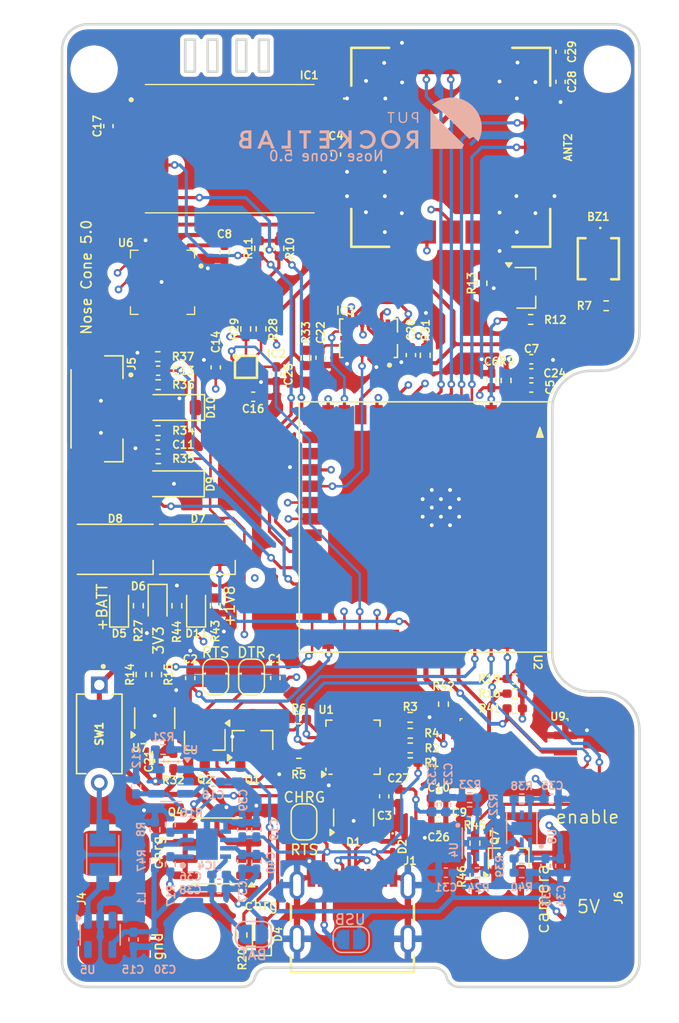
<source format=kicad_pcb>
(kicad_pcb (version 20240108) (generator "pcbnew") (generator_version "8.0")
  (layers (0 "F.Cu" signal) (1 "In1.Cu" signal) (2 "In2.Cu" signal) (31 "B.Cu" signal) (34 "B.Paste" user) (35 "F.Paste" user) (36 "B.SilkS" user "B.Silkscreen") (37 "F.SilkS" user "F.Silkscreen") (38 "B.Mask" user) (39 "F.Mask" user) (44 "Edge.Cuts" user))
  (net 0 "")
  (net 1 "TIMEPULSE")
  (net 2 "RX_GNSS")
  (net 3 "GND")
  (net 4 "SAFEBOOT")
  (net 5 "TX_GNSS")
  (net 6 "+1V8")
  (net 8 "EXINT_GNSS")
  (net 10 "Net-(BZ1-+)")
  (net 11 "DTR")
  (net 12 "RTS")
  (net 13 "ES2_F")
  (net 15 "SCL_BS")
  (net 17 "RESET_GNSS")
  (net 18 "SCK_K")
  (net 19 "ES1_F")
  (net 20 "DL_K")
  (net 21 "+5V")
  (net 22 "MISO_K")
  (net 23 "+BATT")
  (net 24 "Net-(IC3-VDDIO)")
  (net 25 "Net-(U7-VDD)")
  (net 26 "Net-(IC3-VDD)")
  (net 27 "MOSI_K")
  (net 28 "Net-(J1-DP1)")
  (net 29 "Net-(J1-DN1)")
  (net 30 "Net-(IC2-CRST)")
  (net 31 "Net-(D4-K)")
  (net 32 "Net-(D5-A)")
  (net 33 "LED")
  (net 34 "Net-(D7-DOUT)")
  (net 36 "Net-(D6-A)")
  (net 38 "INT_M")
  (net 40 "MISO_AG")
  (net 41 "Net-(IC3-INT1)")
  (net 42 "MOSI_AG")
  (net 43 "CSB_GYRO")
  (net 44 "INT_AG")
  (net 45 "SCK_AG")
  (net 46 "CSB_ACCEL")
  (net 51 "Net-(D4-A)")
  (net 52 "ES2")
  (net 53 "ES1")
  (net 54 "Net-(Q1-B)")
  (net 55 "Net-(Q1-E)")
  (net 56 "Net-(Q2-B)")
  (net 57 "Net-(Q2-E)")
  (net 58 "Net-(Q3-G)")
  (net 59 "Net-(U1-VBUS)")
  (net 60 "Net-(U1-~{SUSPENDb})")
  (net 61 "Net-(U1-~{RSTb})")
  (net 62 "BUZZER")
  (net 63 "BAT")
  (net 64 "Net-(U3-STAT)")
  (net 65 "Net-(U3-PROG)")
  (net 66 "Net-(U4-FB)")
  (net 67 "Net-(U4-EN)")
  (net 71 "TX")
  (net 77 "RX")
  (net 81 "+3V3")
  (net 82 "Net-(D11-A)")
  (net 83 "Net-(J6-Pin_1)")
  (net 84 "Net-(Q7-G)")
  (net 85 "Net-(U8-EN)")
  (net 86 "Net-(U8-FB)")
  (net 89 "SCL_M")
  (net 90 "RESET_B")
  (net 99 "SDA_M")
  (net 100 "End_of_conversion_B")
  (net 101 "ENABLE")
  (net 107 "SDA_BS")
  (net 108 "Bat_chrg")
  (net 109 "Net-(U5-SW)")
  (net 110 "5V_CONVERTER")
  (net 113 "+5VA")
  (net 114 "VBUS")
  (net 115 "Net-(IC4-STAT)")
  (net 116 "Net-(IC4-ILIM)")
  (net 117 "Net-(IC4-VSNS)")
  (net 118 "Net-(ANT2-V_BCKP)")
  (net 119 "unconnected-(U2-IO48-Pad25)")
  (footprint "Capacitor_SMD:C_0402_1005Metric_Pad0.74x0.62mm_HandSolder" (layer "F.Cu") (at 141.8844 59.8932 90)
    (property "Reference" "C8")
    (property "Value" "100nF")
  )
  (footprint "Jumper:SolderJumper-2_P1.3mm_Open_RoundedPad1.0x1.5mm" (layer "F.Cu") (at 148.082 104.2416 90)
    (property "Reference" "JP3" (hide yes))
    (property "Value" "Jumper_2_Open")
  )
  (footprint "Resistor_SMD:R_0402_1005Metric_Pad0.72x0.64mm_HandSolder" (layer "F.Cu") (at 143.25 113.05 -90)
    (property "Reference" "R20")
    (property "Value" "1K")
  )
  (footprint "Package_TO_SOT_SMD:SOT-23_Handsoldering" (layer "F.Cu") (at 144.0688 97.8916 90)
    (property "Reference" "Q1")
    (property "Value" "Q_NPN_BCE")
  )
  (footprint "Jumper:SolderJumper-2_P1.3mm_Open_RoundedPad1.0x1.5mm" (layer "F.Cu") (at 141.2 92.95 -90)
    (property "Reference" "JP2" (hide yes))
    (property "Value" "SolderJumper_2_Open")
  )
  (footprint "Capacitor_SMD:C_0402_1005Metric_Pad0.74x0.62mm_HandSolder" (layer "F.Cu") (at 136.8 99.5 90)
    (property "Reference" "C21")
    (property "Value" "100nF")
  )
  (footprint "Resistor_SMD:R_0402_1005Metric_Pad0.72x0.64mm_HandSolder" (layer "F.Cu") (at 135.1746 87.4014 90)
    (property "Reference" "R27")
    (property "Value" "1K")
  )
  (footprint "Resistor_SMD:R_0402_1005Metric_Pad0.72x0.64mm_HandSolder" (layer "F.Cu") (at 164.5 94.25)
    (property "Reference" "R18")
    (property "Value" "10K")
  )
  (footprint "Capacitor_SMD:C_0402_1005Metric_Pad0.74x0.62mm_HandSolder" (layer "F.Cu") (at 156.4132 67.875 90)
    (property "Reference" "C20")
    (property "Value" "100nF")
  )
  (footprint "Capacitor_SMD:C_0402_1005Metric_Pad0.74x0.62mm_HandSolder" (layer "F.Cu") (at 141.205 68.834 90)
    (property "Reference" "C14")
    (property "Value" "100nF")
  )
  (footprint "MountingHole:MountingHole_3.2mm_M3_DIN965" (layer "F.Cu") (at 139.725 113.100001)
    (property "Reference" "H3" (hide yes))
    (property "Value" "MountingHole")
  )
  (footprint "Resistor_SMD:R_0402_1005Metric_Pad0.72x0.64mm_HandSolder" (layer "F.Cu") (at 161.4 105.9025 90)
    (property "Reference" "R45")
    (property "Value" "100R")
  )
  (footprint "PUT_RocketLab_IC:MPRLS0025PA00001A" (layer "F.Cu") (at 137.0584 62.2046 90)
    (property "Reference" "U6")
    (property "Value" "MPRLS0025PA00002A" (hide yes))
  )
  (footprint "Resistor_SMD:R_0402_1005Metric_Pad0.72x0.64mm_HandSolder" (layer "F.Cu") (at 156.3624 99.6328 180)
    (property "Reference" "R1")
    (property "Value" "22.1K")
  )
  (footprint "Package_DFN_QFN:QFN-24-1EP_4x4mm_P0.5mm_EP2.6x2.6mm" (layer "F.Cu") (at 151.9 98.425 90)
    (property "Reference" "U1")
    (property "Value" "CP2102N-A01-GQFN24")
  )
  (footprint "PUT_RocketLab_other:SAMM10Q00B" (layer "F.Cu") (at 159.516 51.689)
    (property "Reference" "ANT2")
    (property "Value" "SAM-M10Q-00B" (hide yes))
  )
  (footprint "Capacitor_SMD:C_0402_1005Metric_Pad0.74x0.62mm_HandSolder" (layer "F.Cu") (at 168.0718 44.2381 90)
    (property "Reference" "C29")
    (property "Value" "100nF")
  )
  (footprint "Resistor_SMD:R_0402_1005Metric_Pad0.72x0.64mm_HandSolder" (layer "F.Cu") (at 164.5 93.1)
    (property "Reference" "R19")
    (property "Value" "10K")
  )
  (footprint "Resistor_SMD:R_0402_1005Metric_Pad0.72x0.64mm_HandSolder" (layer "F.Cu") (at 137.9 99.5 -90)
    (property "Reference" "R32")
    (property "Value" "100R")
  )
  (footprint "LED_SMD:LED_0603_1608Metric_Pad1.05x0.95mm_HandSolder" (layer "F.Cu") (at 144.8 113 90)
    (property "Reference" "D4")
    (property "Value" "LED")
  )
  (footprint "LED_SMD:LED_0603_1608Metric_Pad1.05x0.95mm_HandSolder" (layer "F.Cu") (at 139.6746 87.4014 90)
    (property "Reference" "D11")
    (property "Value" "LED")
  )
  (footprint "Resistor_SMD:R_0402_1005Metric_Pad0.72x0.64mm_HandSolder" (layer "F.Cu") (at 164.5 95.4)
    (property "Reference" "R41")
    (property "Value" "33R")
  )
  (footprint "PUT_RocketLab_IC:ESP32-S3-WROOM-1" (layer "F.Cu") (at 158.2116 81.2676 -90)
    (property "Reference" "U2")
    (property "Value" "ESP32-S3-WROOM-1")
  )
  (footprint "Resistor_SMD:R_0402_1005Metric_Pad0.72x0.64mm_HandSolder" (layer "F.Cu") (at 144.6276 59.563 90)
    (property "Reference" "R11")
    (property "Value" "10K")
  )
  (footprint "Capacitor_SMD:C_0402_1005Metric_Pad0.74x0.62mm_HandSolder" (layer "F.Cu") (at 150.5712 52.2478 -90)
    (property "Reference" "C4")
    (property "Value" "100nF")
  )
  (footprint "LED_SMD:LED_0603_1608Metric_Pad1.05x0.95mm_HandSolder" (layer "F.Cu") (at 136.6746 87.4014 -90)
    (property "Reference" "D6")
    (property "Value" "LED")
  )
  (footprint "Capacitor_SMD:C_0402_1005Metric_Pad0.74x0.62mm_HandSolder" (layer "F.Cu") (at 165.7945 68.199)
    (property "Reference" "C7")
    (property "Value" "10uF")
  )
  (footprint "Capacitor_SMD:C_0402_1005Metric_Pad0.74x0.62mm_HandSolder" (layer "F.Cu") (at 136.7028 74.8538)
    (property "Reference" "C11")
    (property "Value" "100nF")
  )
  (footprint "Resistor_SMD:R_0402_1005Metric_Pad0.72x0.64mm_HandSolder" (layer "F.Cu") (at 136.6907 67.9958)
    (property "Reference" "R37")
    (property "Value" "10K")
  )
  (footprint "Resistor_SMD:R_0402_1005Metric_Pad0.72x0.64mm_HandSolder" (layer "F.Cu") (at 171.6278 64.0334 180)
    (property "Reference" "R7")
    (property "Value" "560R")
  )
  (footprint "Resistor_SMD:R_0402_1005Metric_Pad0.72x0.64mm_HandSolder" (layer "F.Cu") (at 147.6756 99.6696 180)
    (property "Reference" "R5")
    (property "Value" "10K")
  )
  (footprint "Capacitor_SMD:C_0402_1005Metric_Pad0.74x0.62mm_HandSolder" (layer "F.Cu") (at 149.375 68.0825 90)
    (property "Reference" "C22")
    (property "Value" "100nF")
  )
  (footprint "Resistor_SMD:R_0402_1005Metric_Pad0.72x0.64mm_HandSolder" (layer "F.Cu") (at 141.1746 87.4014 90)
    (property "Reference" "R43")
    (property "Value" "1K")
  )
  (footprint "Diode_SMD:D_0201_0603Metric_Pad0.64x0.40mm_HandSolder" (layer "F.Cu") (at 154.9908 106.172 -90)
    (property "Reference" "D2")
    (property "Value" "ESD441DPLR")
  )
  (footprint "Capacitor_SMD:C_0402_1005Metric_Pad0.74x0.62mm_HandSolder" (layer "F.Cu") (at 132.842 50.038 -90)
    (property "Reference" "C17")
    (property "Value" "100nF")
  )
  (footprint "Capacitor_SMD:C_0402_1005Metric_Pad0.74x0.62mm_HandSolder" (layer "F.Cu") (at 165.7945 70.4 180)
    (property "Reference" "C5")
    (property "Value" "100nF")
  )
  (footprint "Package_TO_SOT_SMD:SOT-23_Handsoldering" (layer "F.Cu") (at 164.0307 107.0443 90)
    (property "Reference" "Q7")
    (property "Value" "Q_NMOS_GSD")
  )
  (footprint "Capacitor_SMD:C_0402_1005Metric_Pad0.74x0.62mm_HandSolder" (layer "F.Cu") (at 145.85 93.0364 -90)
    (property "Reference" "C1")
    (property "Value" "100nF")
  )
  (footprint "Resistor_SMD:R_0402_1005Metric_Pad0.72x0.64mm_HandSolder" (layer "F.Cu") (at 136.7282 75.946)
    (property "Reference" "R35")
    (property "Value" "10K")
  )
  (footprint "Package_TO_SOT_SMD:SOT-23_Handsoldering" (layer "F.Cu") (at 165.378 62.6364)
    (property "Reference" "Q3" (hide yes))
    (property "Value" "Q_NMOS_GSD")
  )
  (footprint "LED_SMD:LED_0603_1608Metric_Pad1.05x0.95mm_HandSolder" (layer "F.Cu") (at 133.6746 87.4014 90)
    (property "Reference" "D5")
    (property "Value" "LED")
  )
  (footprint "PUT_RocketLab_other:GCT_USB4105-GF-A" (layer "F.Cu") (at 151.855 113.35)
    (property "Reference" "J1")
    (property "Value" "USB4105-GF-A")
  )
  (footprint "Resistor_SMD:R_0402_1005Metric_Pad0.72x0.64mm_HandSolder" (layer "F.Cu") (at 157.5308 67.8942 90)
    (property "Reference" "R31")
    (property "Value" "10K")
  )
  (footprint "Capacitor_SMD:C_0402_1005Metric_Pad0.74x0.62mm_HandSolder" (layer "F.Cu") (at 155.448 102.2517 -90)
    (property "Reference" "C27")
    (property "Value" "4.7uF")
  )
  (footprint "Capacitor_SMD:C_0402_1005Metric_Pad0.74x0.62mm_HandSolder" (layer "F.Cu") (at 145.9294 69.3674 -90)
    (property "Reference" "C25")
    (property "Value" "100nF")
  )
  (footprint "Resistor_SMD:R_0402_1005Metric_Pad0.72x0.64mm_HandSolder" (layer "F.Cu") (at 163.83 69.85 90)
    (property "Reference" "R9")
    (property "Value" "10K")
  )
  (footprint "LED_SMD:LED_SK6812MINI_PLCC4_3.5x3.5mm_P1.75mm" (layer "F.Cu") (at 133.3754 83.0072)
    (property "Reference" "D8")
    (property "Value" "SK6812MINI")
  )
  (footprint "PUT_RocketLab_IC:JST_SM04B-GHS-TB(LF)(SN)-" (layer "F.Cu") (at 131.953 72.0598 -90)
    (property "Reference" "J5")
    (property "Value" "JST_GHR")
  )
  (footprint "Resistor_SMD:R_0402_1005Metric_Pad0.72x0.64mm_HandSolder" (layer "F.Cu") (at 136.6012 92.7608 90)
    (property "Reference" "R15")
    (property "Value" "249K")
  )
  (footprint "PUT_RocketLab_other:Power_supply_2_PAD" (layer "F.Cu") (at 170.18 110.18 -90)
    (property "Reference" "J6")
    (property "Value" "Conn_01x02")
  )
  (footprint "LED_SMD:LED_SK6812MINI_PLCC4_3.5x3.5mm_P1.75mm" (layer "F.Cu") (at 139.7736 83.0072)
    (property "Reference" "D7")
    (property "Value" "SK6812MINI")
  )
  (footprint "Resistor_SMD:R_0402_1005Metric_Pad0.72x0.64mm_HandSolder" (layer "F.Cu") (at 158.95 95.075 -90)
    (property "Reference" "R42")
    (property "Value" "10K")
  )
  (footprint "Capacitor_SMD:C_0402_1005Metric_Pad0.74x0.62mm_HandSolder" (layer "F.Cu") (at 136.7161 69.088)
    (property "Reference" "C13")
    (property "Value" "100nF")
  )
  (footprint "Resistor_SMD:R_0402_1005Metric_Pad0.72x0.64mm_HandSolder" (layer "F.Cu") (at 147.6756 96.2152 180)
    (property "Reference" "R6")
    (property "Value" "10K")
  )
  (footprint "Resistor_SMD:R_0402_1005Metric_Pad0.72x0.64mm_HandSolder" (layer "F.Cu") (at 156.35 96.1)
    (property "Reference" "R3")
    (property "Value" "10K(NC)")
  )
  (footprint "Resistor_SMD:R_0402_1005Metric_Pad0.72x0.64mm_HandSolder" (layer "F.Cu") (at 146.1262 59.563 90)
    (property "Reference" "R10")
    (property "Value" "10K")
  )
  (footprint "Capacitor_SMD:C_0402_1005Metric_Pad0.74x0.62mm_HandSolder" (layer "F.Cu") (at 158.5675 102.4)
    (property "Reference" "C10")
    (property "Value" "10nF")
  )
  (footprint "MountingHole:MountingHole_3.2mm_M3_DIN965" (layer "F.Cu") (at 163.725 113.100001)
    (property "Reference" "H4" (hide yes))
    (property "Value" "MountingHole")
  )
  (footprint "Diode_SMD:D_SOD-123" (layer "F.Cu") (at 137.9474 77.9018 180)
    (property "Reference" "D9")
    (property "Value" "1N4148W")
  )
  (footprint "PUT_RocketLab_other:BGA9C40P3X3_128X128X54" (layer "F.Cu") (at 143.5608 68.7896)
    (property "Reference" "IC2")
    (property "Value" "BMM350" (hide yes))
  )
  (footprint "Capacitor_SMD:C_0402_1005Metric_Pad0.74x0.62mm_HandSolder" (layer "F.Cu") (at 154.3304 102.2517 90)
    (property "Reference" "C3")
    (property "Value" "100nF")
  )
  (footprint "Resistor_SMD:R_0402_1005Metric_Pad0.72x0.64mm_HandSolder" (layer "F.Cu") (at 136.7028 73.7616 180)
    (property "Reference" "R34")
    (property "Value" "330R")
  )
  (footprint "Resistor_SMD:R_0402_1005Metric_Pad0.72x0.64mm_HandSolder" (layer "F.Cu") (at 161.9504 62.2808 -90)
    (property "Reference" "R13")
    (property "Value" "33K")
  )
  (footprint "Resistor_SMD:R_0402_1005Metric_Pad0.72x0.64mm_HandSolder" (layer "F.Cu") (at 138.1746 87.4014 -90)
    (property "Reference" "R44")
    (property "Value" "1K")
  )
  (footprint "Capacitor_SMD:C_0402_1005Metric_Pad0.74x0.62mm_HandSolder" (layer "F.Cu") (at 168.0718 46.5836 -90)
    (property "Reference" "C28")
    (property "Value" "100nF")
  )
  (footprint "Diode_SMD:D_SOD-123" (layer "F.Cu") (at 137.9728 71.9582 180)
    (property "Reference" "D10")
    (property "Value" "1N4148W")
  )
  (footprint "PUT_RocketLab_other:SW_DS04-254-1L-01BK" (layer "F.Cu") (at 132.1308 97.3836 -90)
    (property "Reference" "SW1")
    (property "Value" "DS04-254-1L-01BK")
  )
  (footprint "Resistor_SMD:R_0402_1005Metric_Pad0.72x0.64mm_HandSolder" (layer "F.Cu") (at 161.4 108.4425 -90)
    (property "Reference" "R46")
    (property "Value" "33K")
  )
  (footprint "PUT_RocketLab_IC:HSCMRRD100PDSA3" (layer "F.Cu") (at 141.732 50.546 -90)
    (property "Reference" "IC1")
    (property "Value" "HSCMRRD100PDSA3" (hide yes))
  )
  (footprint "MountingHole:MountingHole_3.2mm_M3_DIN965" (layer "F.Cu") (at 131.725 45.600001)
    (property "Reference" "H1" (hide yes))
    (property "Value" "MountingHole")
  )
  (footprint "Resistor_SMD:R_0402_1005Metric_Pad0.72x0.64mm_HandSolder" (layer "F.Cu") (at 143.5418 65.8368 90)
    (property "Reference" "R29")
    (property "Value" "10K")
  )
  (footprint "PUT_RocketLab_IC:Bosch_LGA-8_2.5x2.5mm_P0.65mm_ClockwisePinNumbering" (layer "F.Cu") (at 164.45 99.405 90)
    (property "Reference" "U9")
    (property "Value" "XTSD02G")
  )
  (footprint "Capacitor_SMD:C_0402_1005Metric_Pad0.74x0.62mm_HandSolder" (layer "F.Cu") (at 158.5675 103.5)
    (property "Reference" "C9")
    (property "Value" "100nF")
  )
  (footprint "MountingHole:MountingHole_3.2mm_M3_DIN965" (layer "F.Cu") (at 171.725 45.600001)
    (property "Reference" "H2" (hide yes))
    (property "Value" "MountingHole")
  )
  (footprint "Resistor_SMD:R_0402_1005Metric_Pad0.72x0.64mm_HandSolder" (layer "F.Cu") (at 144.7356 65.8368 90)
    (property "Reference" "R28")
    (property "Value" "10K")
  )
  (footprint "Resistor_SMD:R_0402_1005Metric_Pad0.72x0.64mm_HandSolder" (layer "F.Cu") (at 148.2344 68.0974 90)
    (property "Reference" "R33")
    (property "Value" "10K")
  )
  (footprint "Capacitor_SMD:C_0402_1005Metric_Pad0.74x0.62mm_HandSolder" (layer "F.Cu") (at 165.7945 69.3)
    (property "Reference" "C24")
    (property "Value" "4.7uF")
  )
  (footprint "Package_SO:SOIC-8_3.9x4.9mm_P1.27mm" (layer "F.Cu") (at 141.3 106.5 180)
    (property "Reference" "Q4")
    (property "Value" "IRF7404")
  )
  (footprint "Resistor_SMD:R_0402_1005Metric_Pad0.72x0.64mm_HandSolder" (layer "F.Cu") (at 156.3624 98.4828)
    (property "Reference" "R2")
    (property "Value" "47.5K")
  )
  (footprint "Package_TO_SOT_SMD:SOT-23" (layer "F.Cu") (at 151.95 103.9 90)
    (property "Reference" "D1")
    (property "Value" "SP0502BAHT")
  )
  (footprint "Resistor_SMD:R_0402_1005Metric_Pad0.72x0.64mm_HandSolder" (layer "F.Cu") (at 156.3624 97.3328)
    (property "Reference" "R4")
    (property "Value" "1K")
  )
  (footprint "Resistor_SMD:R_0402_1005Metric_Pad0.72x0.64mm_HandSolder" (layer "F.Cu") (at 165.7471 65.1002 180)
    (property "Reference" "R12")
    (property "Value" "100R")
  )
  (footprint "Resistor_SMD:R_0402_1005Metric_Pad0.72x0.64mm_HandSolder" (layer "F.Cu") (at 136.7161 70.1802 180)
    (property "Reference" "R36")
    (property "Value" "330R")
  )
  (footprint "PUTRocketLab_other:CMT32265SMTTR" (layer "F.Cu") (at 171.0182 60.368 180)
    (property "Reference" "BZ1")
    (property "Value" "Buzzer" (hide yes))
  )
  (footprint "Capacitor_SMD:C_0402_1005Metric_Pad0.74x0.62mm_HandSolder" (layer "F.Cu") (at 144.126 71.12)
    (property "Reference" "C16")
    (property "Value" "2.2uF")
  )
  (footprint "Package_TO_SOT_SMD:SOT-23_Handsoldering" (layer "F.Cu") (at 140.3495 97.8916 -90)
    (property "Reference" "Q2")
    (property "Value" "Q_NPN_BCE")
  )
  (footprint "Package_TO_SOT_SMD:SOT-23-5" (layer "F.Cu") (at 136.45 96.1625 90)
    (property "Reference" "U7")
    (property "Value" "XB5353A")
  )
  (footprint "PUT_RocketLab_other:Power_supply_2_PAD" (layer "F.Cu") (at 133.3 110.18 -90)
    (property "Reference" "J4")
    (property "Value" "Conn_01x02")
  )
  (footprint "Jumper:SolderJumper-2_P1.3mm_Open_RoundedPad1.0x1.5mm" (layer "F.Cu") (at 143.994 92.9604 -90)
    (property "Reference" "JP1" (hide yes))
    (property "Value" "SolderJumper_2_Open")
  )
  (footprint "PUT_RocketLab_IC:PQFN50P450X300X100-16N" (layer "F.Cu") (at 153.115 66.56 180)
    (property "Reference" "IC3")
    (property "Value" "BMI088")
  )
  (footprint "Capacitor_SMD:C_0402_1005Metric_Pad0.74x0.62mm_HandSolder" (layer "F.Cu") (at 139.2188 93.0364 -90)
    (property "Reference" "C2")
    (property "Value" "100nF")
  )
  (footprint "Capacitor_SMD:C_0402_1005Metric_Pad0.74x0.62mm_HandSolder" (layer "F.Cu") (at 158.5675 104.6 180)
    (property "Reference" "C26")
    (property "Value" "2.2uF")
  )
  (footprint "Capacitor_SMD:C_0402_1005Metric_Pad0.74x0.62mm_HandSolder" (layer "F.Cu") (at 162.687 69.85 -90)
    (property "Reference" "C6")
    (property "Value" "100nF")
  )
  (footprint "Resistor_SMD:R_0402_1005Metric_Pad0.72x0.64mm_HandSolder" (layer "F.Cu") (at 135.382 92.7608 -90)
    (property "Reference" "R14")
    (property "Value" "1M")
  )
  (footprint "Capacitor_SMD:C_0402_1005Metric_Pad0.74x0.62mm_HandSolder" (layer "B.Cu") (at 136.4 113.4 90)
    (property "Reference" "C30")
    (property "Value" "100nF")
  )
  (footprint "Jumper:SolderJumper-2_P1.3mm_Open_RoundedPad1.0x1.5mm" (layer "B.Cu") (at 144.15 113 180)
    (property "Reference" "JP4" (hide yes))
    (property "Value" "Jumper_2_Open")
  )
  (footprint "Capacitor_SMD:C_0402_1005Metric_Pad0.74x0.62mm_HandSolder" (layer "B.Cu") (at 134.8 113.4 90)
    (property "Reference" "C15")
    (property "Value" "4.7uF")
  )
  (footprint "Resistor_SMD:R_0402_1005Metric_Pad0.72x0.64mm_HandSolder" (layer "B.Cu") (at 136.4675 104.8525 -90)
    (property "Reference" "R8")
    (property "Value" "1.2K")
  )
  (footprint "Capacitor_SMD:C_0402_1005Metric_Pad0.74x0.62mm_HandSolder" (layer "B.Cu") (at 141 101.1 180)
    (property "Reference" "C18")
    (property "Value" "4.7uF")
  )
  (footprint "Resistor_SMD:R_0402_1005Metric_Pad0.72x0.64mm_HandSolder" (layer "B.Cu") (at 165.05 108.2 180)
    (property "Reference" "R40")
    (property "Value" "11K")
  )
  (footprint "Capacitor_SMD:C_0402_1005Metric_Pad0.74x0.62mm_HandSolder" (layer "B.Cu") (at 168.05 107.6675 90)
    (property "Reference" "C34")
    (property "Value" "100nF")
  )
  (footprint "PUT_RocketLab_graphics:PutRocketlab_logo_2_h4mm" (layer "B.Cu") (at 152.4762 49.8094 180)
    (property "Reference" "REF**" (hide yes))
    (property "Value" "LOGO" (hide yes))
  )
  (footprint "Capacitor_SMD:C_0402_1005Metric_Pad0.74x0.62mm_HandSolder" (layer "B.Cu") (at 158.08895 102.885 -90)
    (property "Reference" "C32")
    (property "Value" "100nF")
  )
  (footprint "Capacitor_SMD:C_0402_1005Metric_Pad0.74x0.62mm_HandSolder" (layer "B.Cu") (at 159.13895 102.885 -90)
    (property "Reference" "C23")
    (property "Value" "4.7uF")
  )
  (footprint "Resistor_SMD:R_0402_1005Metric_Pad0.72x0.64mm_HandSolder" (layer "B.Cu") (at 161.58895 108.2025 180)
    (property "Reference" "R24")
    (property "Value" "10K")
  )
  (footprint "Capacitor_SMD:C_0402_1005Metric_Pad0.74x0.62mm_HandSolder" (layer "B.Cu") (at 141.4675 108.35 180)
    (property "Reference" "C36")
    (property "Value" "10uF")
  )
  (footprint "PUT_RocketLab_IC:TLV75901PDRVT" (layer "B.Cu") (at 161.58895 105.9025 -90)
    (property "Reference" "U4")
    (property "Value" "TLV75901PDRVT" (hide yes))
  )
  (footprint "Resistor_SMD:R_0402_1005Metric_Pad0.72x0.64mm_HandSolder" (layer "B.Cu") (at 137.1 98.6)
    (property "Reference" "R21")
    (property "Value" "2K")
  )
  (footprint "Capacitor_SMD:C_0402_1005Metric_Pad0.74x0.62mm_HandSolder" (layer "B.Cu") (at 159.1325 108.2)
    (property "Reference" "C31")
    (property "Value" "4.7uF")
  )
  (footprint "Capacitor_SMD:C_0402_1005Metric_Pad0.74x0.62mm_HandSolder" (layer "B.Cu") (at 143.2675 107.35 90)
    (property "Reference" "C37")
    (property "Value" "10uF")
  )
  (footprint "Capacitor_SMD:C_0402_1005Metric_Pad0.74x0.62mm_HandSolder" (layer "B.Cu") (at 167.349999 102.45 180)
    (property "Reference" "C35")
    (property "Value" "4.7uF")
  )
  (footprint "Resistor_SMD:R_0402_1005Metric_Pad0.72x0.64mm_HandSolder" (layer "B.Cu") (at 137.6675 107.55 90)
    (property "Reference" "R17")
    (property "Value" "100K")
  )
  (footprint "Resistor_SMD:R_0402_1005Metric_Pad0.72x0.64mm_HandSolder" (layer "B.Cu") (at 165.05 107.1)
    (property "Reference" "R39")
    (property "Value" "25K")
  )
  (footprint "Resistor_SMD:R_0402_1005Metric_Pad0.72x0.64mm_HandSolder" (layer "B.Cu") (at 160.98895 102.3525)
    (property "Reference" "R23")
    (property "Value" "10K")
  )
  (footprint "PUT_RocketLab_IC:TLV75901PDRVT" (layer "B.Cu") (at 165.05 104.75 90)
    (property "Reference" "U8")
    (property "Value" "TLV75901PDRVT" (hide yes))
  )
  (footprint "Capacitor_SMD:C_0402_1005Metric_Pad0.74x0.62mm_HandSolder" (layer "B.Cu") (at 144.3675 107.35 90)
    (property "Reference" "C40")
    (property "Value" "100nF")
  )
  (footprint "Resistor_SMD:R_0402_1005Metric_Pad0.72x0.64mm_HandSolder" (layer "B.Cu") (at 137.6675 104.45 -90)
    (property "Reference" "R16")
    (property "Value" "1K")
  )
  (footprint "PUT_RocketLab_IC:SON65P300X300X100-9N-D" (layer "B.Cu") (at 140.5175 105.975)
    (property "Reference" "IC4")
    (property "Value" "TPS2113ADRBR" (hide yes))
  )
  (footprint "Jumper:SolderJumper-2_P1.3mm_Open_RoundedPad1.0x1.5mm" (layer "B.Cu") (at 151.7546 113.411 180)
    (property "Reference" "JP5" (hide yes))
    (property "Value" "Jumper_2_Open")
  )
  (footprint "Capacitor_SMD:C_0402_1005Metric_Pad0.74x0.62mm_HandSolder" (layer "B.Cu") (at 141.4675 109.45 180)
    (property "Reference" "C38")
    (property "Value" "100nF")
  )
  (footprint "Capacitor_SMD:C_0402_1005Metric_Pad0.74x0.62mm_HandSolder" (layer "B.Cu") (at 143.2675 104.85 -90)
    (property "Reference" "C39")
    (property "Value" "10uF")
  )
  (footprint "Capacitor_SMD:C_0402_1005Metric_Pad0.74x0.62mm_HandSolder" (layer "B.Cu") (at 135 101.5 -90)
    (property "Reference" "C12")
    (property "Value" "4.7uF")
  )
  (footprint "Package_TO_SOT_SMD:SOT-23-5" (layer "B.Cu") (at 137.7 101.1 180)
    (property "Reference" "U3")
    (property "Value" "MCP73831-5-OT")
  )
  (footprint "Capacitor_SMD:C_0402_1005Metric_Pad0.74x0.62mm_HandSolder" (layer "B.Cu") (at 144.3675 104.85 -90)
    (property "Reference" "C19")
    (property "Value" "100nF")
  )
  (footprint "Footprints:LQH32CH100K53L" (layer "B.Cu") (at 132.4 106.8 -90)
    (property "Reference" "L1")
    (property "Value" "LQH32PN2R2NN0L" (hide yes))
  )
  (footprint "Resistor_SMD:R_0402_1005Metric_Pad0.72x0.64mm_HandSolder" (layer "B.Cu") (at 160.98895 103.4525 180)
    (property "Reference" "R22")
    (property "Value" "50K")
  )
  (footprint "Resistor_SMD:R_0402_1005Metric_Pad0.72x0.64mm_HandSolder" (layer "B.Cu") (at 165.0525 102.45)
    (property "Reference" "R38")
    (property "Value" "10K")
  )
  (footprint "Resistor_SMD:R_0402_1005Metric_Pad0.72x0.64mm_HandSolder" (layer "B.Cu") (at 136.4675 107.2525 -90)
    (property "Reference" "R47")
    (property "Value" "4.7K")
  )
  (footprint "Capacitor_SMD:C_0402_1005Metric_Pad0.74x0.62mm_HandSolder" (layer "B.Cu") (at 166.9 107.6675 90)
    (property "Reference" "C33")
    (property "Value" "4.7uF")
  )
  (footprint "Package_TO_SOT_SMD:SOT-23-5" (layer "B.Cu") (at 132.2 113.0375 -90)
    (property "Reference" "U5")
    (property "Value" "TPS613222ADBV")
  )
  (gr_arc (start 170.425 94.100001) (mid 168.30368 93.221321) (end 167.425 91.100001) (stroke (width 0.2)) (layer "Edge.Cuts"))
  (gr_line (start 140.575 43.300001) (end 141.325 43.300001) (stroke (width 0.2)) (layer "Edge.Cuts"))
  (gr_arc (start 131.224998 117.100001) (mid 129.810786 116.514215) (end 129.225 115.100003) (stroke (width 0.2)) (layer "Edge.Cuts"))
  (gr_line (start 131.224998 42.100001) (end 172.225 42.100001) (stroke (width 0.2)) (layer "Edge.Cuts"))
  (gr_line (start 138.825 45.800001) (end 138.825 43.300001) (stroke (width 0.2)) (layer "Edge.Cuts"))
  (gr_line (start 131.224998 117.100001) (end 143.28851 117.100001) (stroke (width 0.2)) (layer "Edge.Cuts"))
  (gr_arc (start 174.225 115.100001) (mid 173.639214 116.514215) (end 172.225 117.100001) (stroke (width 0.2)) (layer "Edge.Cuts"))
  (gr_line (start 140.575 45.800001) (end 141.325 45.800001) (stroke (width 0.2)) (layer "Edge.Cuts"))
  (gr_line (start 171.225 69.100001) (end 170.425 69.100001) (stroke (width 0.2)) (layer "Edge.Cuts"))
  (gr_line (start 142.825 43.300001) (end 143.575 43.300001) (stroke (width 0.2)) (layer "Edge.Cuts"))
  (gr_arc (start 158.225 115.600001) (mid 158.837372 115.809432) (end 159.193246 116.350001) (stroke (width 0.2)) (layer "Edge.Cuts"))
  (gr_line (start 139.575 45.800001) (end 138.825 45.800001) (stroke (width 0.2)) (layer "Edge.Cuts"))
  (gr_arc (start 144.256754 116.350001) (mid 144.612629 115.809432) (end 145.225002 115.600001) (stroke (width 0.2)) (layer "Edge.Cuts"))
  (gr_line (start 129.225 44.099999) (end 129.225 115.100003) (stroke (width 0.2)) (layer "Edge.Cuts"))
  (gr_line (start 145.225002 115.600001) (end 158.225 115.600001) (stroke (width 0.2)) (layer "Edge.Cuts"))
  (gr_arc (start 129.225 44.099999) (mid 129.810786 42.685787) (end 131.224998 42.100001) (stroke (width 0.2)) (layer "Edge.Cuts"))
  (gr_line (start 171.225 94.100001) (end 170.425 94.100001) (stroke (width 0.2)) (layer "Edge.Cuts"))
  (gr_line (start 144.575 43.300001) (end 145.325 43.300001) (stroke (width 0.2)) (layer "Edge.Cuts"))
  (gr_arc (start 171.225 94.100001) (mid 173.34632 94.978681) (end 174.225 97.100001) (stroke (width 0.2)) (layer "Edge.Cuts"))
  (gr_arc (start 172.225 42.100001) (mid 173.639214 42.685787) (end 174.225 44.100001) (stroke (width 0.2)) (layer "Edge.Cuts"))
  (gr_line (start 174.225 97.100001) (end 174.225 115.100001) (stroke (width 0.2)) (layer "Edge.Cuts"))
  (gr_line (start 145.325 43.300001) (end 145.325 45.800001) (stroke (width 0.2)) (layer "Edge.Cuts"))
  (gr_line (start 167.425 91.100001) (end 167.425 72.100001) (stroke (width 0.2)) (layer "Edge.Cuts"))
  (gr_line (start 160.1615 117.100001) (end 172.225 117.100001) (stroke (width 0.2)) (layer "Edge.Cuts"))
  (gr_line (start 139.575 45.800001) (end 139.575 43.300001) (stroke (width 0.2)) (layer "Edge.Cuts"))
  (gr_line (start 139.575 43.300001) (end 138.825 43.300001) (stroke (width 0.2)) (layer "Edge.Cuts"))
  (gr_line (start 144.575 45.800001) (end 145.325 45.800001) (stroke (width 0.2)) (layer "Edge.Cuts"))
  (gr_line (start 144.575 43.300001) (end 144.575 45.800001) (stroke (width 0.2)) (layer "Edge.Cuts"))
  (gr_line (start 174.225 44.100001) (end 174.225 66.100001) (stroke (width 0.2)) (layer "Edge.Cuts"))
  (gr_line (start 143.575 43.300001) (end 143.575 45.800001) (stroke (width 0.2)) (layer "Edge.Cuts"))
  (gr_arc (start 160.1615 117.100001) (mid 159.549127 116.89057) (end 159.193246 116.350001) (stroke (width 0.2)) (layer "Edge.Cuts"))
  (gr_arc (start 167.425 72.100001) (mid 168.30368 69.978681) (end 170.425 69.100001) (stroke (width 0.2)) (layer "Edge.Cuts"))
  (gr_arc (start 144.256754 116.350001) (mid 143.900882 116.890571) (end 143.28851 117.100001) (stroke (width 0.2)) (layer "Edge.Cuts"))
  (gr_line (start 141.325 43.300001) (end 141.325 45.800001) (stroke (width 0.2)) (layer "Edge.Cuts"))
  (gr_line (start 142.825 43.300001) (end 142.825 45.800001) (stroke (width 0.2)) (layer "Edge.Cuts"))
  (gr_line (start 142.825 45.800001) (end 143.575 45.800001) (stroke (width 0.2)) (layer "Edge.Cuts"))
  (gr_arc (start 174.225 66.100001) (mid 173.34632 68.221321) (end 171.225 69.100001) (stroke (width 0.2)) (layer "Edge.Cuts"))
  (gr_line (start 140.575 43.300001) (end 140.575 45.800001) (stroke (width 0.2)) (layer "Edge.Cuts"))
  (gr_text "Nose Cone 5.0" (at 154.3784 52.832 0) (layer "B.SilkS") (effects (font (size 0.8 0.8) (thickness 0.125)) (justify left bottom mirror)))
  (gr_text "BAT" (at 145.2626 115.062 0) (layer "B.SilkS") (effects (font (size 0.8 0.8) (thickness 0.125)) (justify left bottom mirror)))
  (gr_text "USB" (at 152.9588 112.3188 0) (layer "B.SilkS") (effects (font (size 0.8 0.8) (thickness 0.125)) (justify left bottom mirror)))
  (gr_text "RTS" (at 140.0302 91.5162 0) (layer "F.SilkS") (effects (font (size 0.8 0.8) (thickness 0.125)) (justify left bottom)))
  (gr_text "gnd" (at 137.1346 115.1128 90) (layer "F.SilkS") (effects (font (size 0.8 0.8) (thickness 0.125)) (justify left bottom)))
  (gr_text "CHRG" (at 146.4056 102.7938 0) (layer "F.SilkS") (effects (font (size 0.8 0.8) (thickness 0.125)) (justify left bottom)))
  (gr_text "DTR" (at 142.7988 91.5162 0) (layer "F.SilkS") (effects (font (size 0.8 0.8) (thickness 0.125)) (justify left bottom)))
  (gr_text "3V3" (at 137.2108 91.2876 90) (layer "F.SilkS") (effects (font (size 0.8 0.8) (thickness 0.125)) (justify left bottom)))
  (gr_text "RTS" (at 146.939 106.8832 0) (layer "F.SilkS") (effects (font (size 0.8 0.8) (thickness 0.125)) (justify left bottom)))
  (gr_text "chrg" (at 143.3576 111.1758 0) (layer "F.SilkS") (effects (font (size 0.8 0.8) (thickness 0.125)) (justify left bottom)))
  (gr_text "camera" (at 167.2336 113.0554 90) (layer "F.SilkS") (effects (font (size 1 1) (thickness 0.125)) (justify left bottom)))
  (gr_text "+BATT" (at 132.8166 89.4588 90) (layer "F.SilkS") (effects (font (size 0.8 0.8) (thickness 0.125)) (justify left bottom)))
  (gr_text "Nose Cone 5.0" (at 131.5974 66.3702 90) (layer "F.SilkS") (effects (font (size 0.8 0.8) (thickness 0.125)) (justify left bottom)))
  (gr_text "+1V8" (at 142.748 89.1032 90) (layer "F.SilkS") (effects (font (size 0.8 0.8) (thickness 0.125)) (justify left bottom)))
  (gr_text "chrg" (at 137.1346 108.0262 90) (layer "F.SilkS") (effects (font (size 0.8 0.8) (thickness 0.125)) (justify left bottom)))
  (gr_text "enable" (at 167.6146 104.4448 0) (layer "F.SilkS") (effects (font (size 1 1) (thickness 0.125)) (justify left bottom)))
  (gr_text "5V" (at 169.2656 111.4298 0) (layer "F.SilkS") (effects (font (size 1 1) (thickness 0.125)) (justify left bottom)))
  (segment (start 157.6578 59.7408) (end 157.6578 58.3308) (width 0.25) (layer "F.Cu") (net 1))
  (segment (start 157.6578 58.3308) (end 157.616 58.289) (width 0.25) (layer "F.Cu") (net 1))
  (segment (start 149.9616 71.2978) (end 149.9616 72.5176) (width 0.25) (layer "F.Cu") (net 1))
  (via (at 149.9616 71.2978) (size 0.6) (drill 0.3) (layers "F.Cu" "B.Cu") (net 1))
  (via (at 157.6578 59.7408) (size 0.6) (drill 0.3) (layers "F.Cu" "B.Cu") (net 1))
  (segment (start 164.6428 51.689) (end 166.116 51.689) (width 0.25) (layer "F.Cu") (net 2))
  (segment (start 161.163 70.1548) (end 161.163 72.289) (width 0.2) (layer "F.Cu") (net 2))
  (segment (start 161.163 72.289) (end 161.3916 72.5176) (width 0.2) (layer "F.Cu") (net 2))
  (via (at 161.163 70.1548) (size 0.6) (drill 0.3) (layers "F.Cu" "B.Cu") (net 2))
  (via (at 164.6428 51.689) (size 0.6) (drill 0.3) (layers "F.Cu" "B.Cu") (net 2))
  (segment (start 161.925 51.689) (end 164.6428 51.689) (width 0.25) (layer "B.Cu") (net 2))
  (segment (start 161.163 70.1548) (end 161.163 52.451) (width 0.25) (layer "B.Cu") (net 2))
  (segment (start 161.163 52.451) (end 161.925 51.689) (width 0.25) (layer "B.Cu") (net 2))
  (segment (start 136.45 95.4786) (end 136.45 95.97) (width 0.2) (layer "F.Cu") (net 3))
  (segment (start 139.2188 90.908) (end 139.2188 92.4689) (width 0.4) (layer "F.Cu") (net 3))
  (segment (start 151.4448 47.889) (end 152.916 47.889) (width 0.3) (layer "F.Cu") (net 3))
  (segment (start 163.7894 63.5864) (end 163.878 63.5864) (width 0.2) (layer "F.Cu") (net 3))
  (segment (start 155.716 46.623) (end 155.7274 46.6344) (width 0.3) (layer "F.Cu") (net 3))
  (segment (start 155.7274 43.5356) (end 155.716 43.547) (width 0.3) (layer "F.Cu") (net 3))
  (segment (start 167.4368 68.199) (end 167.4876 68.2498) (width 0.2) (layer "F.Cu") (net 3))
  (segment (start 137.5035 93.3583) (end 136.6012 93.3583) (width 0.4) (layer "F.Cu") (net 3))
  (segment (start 151.4348 68.5546) (end 151.615 68.3744) (width 0.25) (layer "F.Cu") (net 3))
  (segment (start 163.2966 46.5836) (end 163.316 46.5642) (width 0.3) (layer "F.Cu") (net 3))
  (segment (start 167.5992 55.489) (end 166.116 55.489) (width 0.3) (layer "F.Cu") (net 3))
  (segment (start 157.3328 98.4828) (end 158.15 99.3) (width 0.4) (layer "F.Cu") (net 3))
  (segment (start 166.4716 72.5176) (end 166.4716 70.5096) (width 0.25) (layer "F.Cu") (net 3))
  (segment (start 155.055 108.595) (end 155.6 108.595) (width 0.4) (layer "F.Cu") (net 3))
  (segment (start 154.3852 58.289) (end 154.3812 58.293) (width 0.3) (layer "F.Cu") (net 3))
  (segment (start 135.1026 67.691) (end 135.1026 68.9356) (width 0.2) (layer "F.Cu") (net 3))
  (segment (start 148.5 108.44) (end 148.655 108.595) (width 0.4) (layer "F.Cu") (net 3))
  (segment (start 135.8392 89.535) (end 135.1746 88.8704) (width 0.2) (layer "F.Cu") (net 3))
  (segment (start 151.15 99.175) (end 151.9 98.425) (width 0.25) (layer "F.Cu") (net 3))
  (segment (start 135.7376 58.928) (end 135.7376 60.0538) (width 0.4) (layer "F.Cu") (net 3))
  (segment (start 169.7334 97.5) (end 168.45 97.5) (width 0.2) (layer "F.Cu") (net 3))
  (segment (start 166.4716 70.5096) (end 166.362 70.4) (width 0.25) (layer "F.Cu") (net 3))
  (segment (start 144.6022 69.85) (end 144.7292 69.977) (width 0.2) (layer "F.Cu") (net 3))
  (segment (start 135.9964 95.025) (end 136.45 95.4786) (width 0.2) (layer "F.Cu") (net 3))
  (segment (start 141.2407 60.4607) (end 140.589 61.1124) (width 0.2) (layer "F.Cu") (net 3))
  (segment (start 135.255 69.088) (end 136.1486 69.088) (width 0.2) (layer "F.Cu") (net 3))
  (segment (start 148.655 108.595) (end 148.11 108.595) (width 0.4) (layer "F.Cu") (net 3))
  (segment (start 162.687 69.2825) (end 162.687 68.961) (width 0.2) (layer "F.Cu") (net 3))
  (segment (start 145.9294 69.9349) (end 144.7713 69.9349) (width 0.2) (layer "F.Cu") (net 3))
  (segment (start 155.716 58.289) (end 154.3852 58.289) (width 0.3) (layer "F.Cu") (net 3))
  (segment (start 135.5 95.025) (end 135.9964 95.025) (width 0.2) (layer "F.Cu") (net 3))
  (segment (start 133.8018 47.986) (end 136.5 47.986) (width 0.35) (layer "F.Cu") (net 3))
  (segment (start 152.916 53.589) (end 151.4398 53.589) (width 0.3) (layer "F.Cu") (net 3))
  (segment (start 132.842 49.4705) (end 132.842 48.9458) (width 0.35) (layer "F.Cu") (net 3))
  (segment (start 135.1026 68.9356) (end 135.255 69.088) (width 0.2) (layer "F.Cu") (net 3))
  (segment (start 153.7208 68.8086) (end 153.115 68.2028) (width 0.2) (layer "F.Cu") (net 3))
  (segment (start 154.115 68.4144) (end 154.115 67.725) (width 0.2) (layer "F.Cu") (net 3))
  (segment (start 144.7713 69.9349) (end 144.7292 69.977) (width 0.2) (layer "F.Cu") (net 3))
  (segment (start 154.432 47.879) (end 154.422 47.889) (width 0.3) (layer "F.Cu") (net 3))
  (segment (start 141.8844 60.4607) (end 141.2407 60.4607) (width 0.2) (layer "F.Cu") (net 3))
  (segment (start 163.316 59.7602) (end 163.322 59.7662) (width 0.3) (layer "F.Cu") (net 3))
  (segment (start 163.316 45.089) (end 163.316 46.5642) (width 0.3) (layer "F.Cu") (net 3))
  (segment (start 163.316 58.289) (end 163.316 56.775) (width 0.3) (layer "F.Cu") (net 3))
  (segment (start 132.2578 71.4348) (end 133.9994 71.4348) (width 0.2) (layer "F.Cu") (net 3))
  (segment (start 163.316 58.289) (end 163.316 59.7602) (width 0.3) (layer "F.Cu") (net 3))
  (segment (start 166.116 47.889) (end 166.116 46.609) (width 0.3) (layer "F.Cu") (net 3))
  (segment (start 163.316 58.289) (end 164.6642 58.289) (width 0.3) (layer "F.Cu") (net 3))
  (segment (start 153.7208 68.8086) (end 154.115 68.4144) (width 0.2) (layer "F.Cu") (net 3))
  (segment (start 151.15 100.3625) (end 151.15 99.175) (width 0.25) (layer "F.Cu") (net 3))
  (segment (start 152.115 67.725) (end 151.615 67.725) (width 0.3) (layer "F.Cu") (net 3))
  (segment (start 154.3712 55.489) (end 154.3812 55.499) (width 0.3) (layer "F.Cu") (net 3))
  (segment (start 151.4398 53.589) (end 151.4348 53.594) (width 0.3) (layer "F.Cu") (net 3))
  (segment (start 136.7246 95.025) (end 136.45 95.2996) (width 0.2) (layer "F.Cu") (net 3))
  (segment (start 163.316 56.775) (end 163.322 56.769) (width 0.3) (layer "F.Cu") (net 3))
  (segment (start 152.916 53.589) (end 154.3762 53.589) (width 0.3) (layer "F.Cu") (net 3))
  (segment (start 136.4996 101.0666) (end 136.8 100.7662) (width 0.35) (layer "F.Cu") (net 3))
  (segment (start 136.8 100.7662) (end 136.8 100.0675) (width 0.35) (layer "F.Cu") (net 3))
  (segment (start 140.3009 68.2665) (end 141.205 68.2665) (width 0.2) (layer "F.Cu") (net 3))
  (segment (start 162.1669 62.6618) (end 161.9504 62.8783) (width 0.2) (layer "F.Cu") (net 3))
  (segment (start 151.95 104.1654) (end 151.95 102.9625) (width 0.4) (layer "F.Cu") (net 3))
  (segment (start 158 104.975) (end 158 104.6) (width 0.4) (layer "F.Cu") (net 3))
  (segment (start 162.8648 62.6618) (end 162.1669 62.6618) (width 0.2) (layer "F.Cu") (net 3))
  (segment (start 162.687 68.961) (end 161.925 68.199) (width 0.2) (layer "F.Cu") (net 3))
  (segment (start 152.916 55.489) (end 152.916 56.7356) (width 0.3) (layer "F.Cu") (net 3))
  (segment (start 164.6782 47.889) (end 164.6682 47.879) (width 0.3) (layer "F.Cu") (net 3))
  (segment (start 152.916 55.489) (end 151.4448 55.489) (width 0.3) (layer "F.Cu") (net 3))
  (segment (start 164.715 45.089) (end 164.719 45.085) (width 0.3) (layer "F.Cu") (net 3))
  (segment (start 170.1292 97.1042) (end 169.7334 97.5) (width 0.2) (layer "F.Cu") (net 3))
  (segment (start 163.316 45.089) (end 164.715 45.089) (width 0.3) (layer "F.Cu") (net 3))
  (segment (start 136.45 95.2996) (end 136.45 95.97) (width 0.2) (layer "F.Cu") (net 3))
  (segment (start 138.1746 86.8039) (end 138.1746 85.828) (width 0.2) (layer "F.Cu") (net 3))
  (segment (start 157.861 96.0882) (end 156.9593 96.0882) (width 0.4) (layer "F.Cu") (net 3))
  (segment (start 150.749 69.2404) (end 149.9654 69.2404) (width 0.2) (layer "F.Cu") (net 3))
  (segment (start 137.4 95.025) (end 136.7246 95.025) (width 0.2) (layer "F.Cu") (net 3))
  (segment (start 156.9593 96.0882) (end 156.9475 96.1) (width 0.4) (layer "F.Cu") (net 3))
  (segment (start 143.9608 69.1896) (end 144.7292 69.958) (width 0.2) (layer "F.Cu") (net 3))
  (segment (start 139.2174 90.9066) (end 139.2188 90.908) (width 0.4) (layer "F.Cu") (net 3))
  (segment (start 138.1746 85.828) (end 138.176 85.8266) (width 0.2) (layer "F.Cu") (net 3))
  (segment (start 163.322 58.293) (end 163.073 58.044) (width 0.2) (layer "F.Cu") (net 3))
  (segment (start 155.6 108.595) (end 156.175 109.17) (width 0.4) (layer "F.Cu") (net 3))
  (segment (start 151.615 68.3744) (end 151.615 67.725) (width 0.25) (layer "F.Cu") (net 3))
  (segment (start 155.716 45.089) (end 154.3518 45.089) (width 0.3) (layer "F.Cu") (net 3))
  (segment (start 150.0124 101.3968) (end 150.57794 101.3968) (width 0.25) (layer "F.Cu") (net 3))
  (segment (start 151.15 100.82474) (end 151.15 100.3625) (width 0.25) (layer "F.Cu") (net 3))
  (segment (start 148.5 107.3) (end 148.5 108.44) (width 0.4) (layer "F.Cu") (net 3))
  (segment (start 144.6935 70.0127) (end 144.7292 69.977) (width 0.2) (layer "F.Cu") (net 3))
  (segment (start 155.6815 68.4425) (end 156.4132 68.4425) (width 0.2) (layer "F.Cu") (net 3))
  (segment (start 152.916 47.889) (end 154.422 47.889) (width 0.3) (layer "F.Cu") (net 3))
  (segment (start 155.716 45.089) (end 155.716 43.547) (width 0.3) (layer "F.Cu") (net 3))
  (segment (start 153.115 68.2028) (end 153.115 67.725) (width 0.2) (layer "F.Cu") (net 3))
  (segment (start 141.5709 68.2665) (end 141.205 68.2665) (width 0.2) (layer "F.Cu") (net 3))
  (segment (start 168.0718 48.1584) (end 168.0718 47.1511) (width 0.2) (layer "F.Cu") (net 3))
  (segment (start 135.2296 74.8538) (end 134.9502 75.1332) (width 0.2) (layer "F.Cu") (net 3))
  (segment (start 166.362 68.199) (end 166.362 70.4) (width 0.2) (layer "F.Cu") (net 3))
  (segment (start 143.5608 68.7896) (end 143.1608 68.7896) (width 0.2) (layer "F.Cu") (net 3))
  (segment (start 135.7376 60.0538) (end 135.7884 60.1046) (width 0.4) (layer "F.Cu") (net 3))
  (segment (start 141.1746 88.749) (end 141.8336 89.408) (width 0.2) (layer "F.Cu") (net 3))
  (segment (start 162.8648 62.6618) (end 163.7894 63.5864) (width 0.2) (layer "F.Cu") (net 3))
  (segment (start 166.116 55.489) (end 164.6328 55.489) (width 0.3) (layer "F.Cu") (net 3))
  (segment (start 155.716 45.089) (end 155.716 46.623) (width 0.3) (layer "F.Cu") (net 3))
  (segment (start 151.4348 47.879) (end 151.4448 47.889) (width 0.3) (layer "F.Cu") (net 3))
  (segment (start 141.1746 87.9989) (end 141.1746 88.749) (width 0.2) (layer "F.Cu") (net 3))
  (segment (start 151.4448 55.489) (end 151.4348 55.499) (width 0.3) (layer "F.Cu") (net 3))
  (segment (start 148.11 108.595) (end 147.535 109.17) (width 0.4) (layer "F.Cu") (net 3))
  (segment (start 157.0625 98.475) (end 157.0575 98.47) (width 0.4) (layer "F.Cu") (net 3))
  (segment (start 155.716 56.8338) (end 155.702 56.8198) (width 0.3) (layer "F.Cu") (net 3))
  (segment (start 135.1746 88.8704) (end 135.1746 87.9989) (width 0.2) (layer "F.Cu") (net 3))
  (segment (start 166.116 47.889) (end 164.6782 47.889) (width 0.3) (layer "F.Cu") (net 3))
  (segment (start 152.908 46.5074) (end 152.916 46.5154) (width 0.3) (layer "F.Cu") (net 3))
  (segment (start 164.6174 55.4736) (end 164.6328 55.489) (width 0.3) (layer "F.Cu") (net 3))
  (segment (start 166.116 55.489) (end 166.116 56.8198) (width 0.3) (layer "F.Cu") (net 3))
  (segment (start 163.322 58.801) (end 163.322 58.293) (width 0.2) (layer "F.Cu") (net 3))
  (segment (start 151.4348 68.5546) (end 150.749 69.2404) (width 0.2) (layer "F.Cu") (net 3))
  (segment (start 154.3518 45.089) (end 154.3304 45.1104) (width 0.3) (layer "F.Cu") (net 3))
  (segment (start 143.1608 68.7896) (end 142.094 68.7896) (width 0.2) (layer "F.Cu") (net 3))
  (segment (start 152.916 55.489) (end 154.3712 55.489) (width 0.3) (layer "F.Cu") (net 3))
  (segment (start 144.7292 69.958) (end 144.7292 69.977) (width 0.2) (layer "F.Cu") (net 3))
  (segment (start 156.9599 98.4828) (end 157.3328 98.4828) (width 0.4) (layer "F.Cu") (net 3))
  (segment (start 132.2578 73.9348) (end 133.9994 73.9348) (width 0.2) (layer "F.Cu") (net 3))
  (segment (start 152.916 47.889) (end 152.916 46.5154) (width 0.3) (layer "F.Cu") (net 3))
  (segment (start 166.362 68.199) (end 167.4368 68.199) (width 0.2) (layer "F.Cu") (net 3))
  (segment (start 155.716 58.289) (end 155.716 56.8338) (width 0.3) (layer "F.Cu") (net 3))
  (segment (start 158 102.4) (end 158 104.6) (width 0.2) (layer "F.Cu") (net 3))
  (segment (start 140.2842 68.2498) (end 140.3009 68.2665) (width 0.2) (layer "F.Cu") (net 3))
  (segment (start 164.6642 58.289) (end 164.6682 58.293) (width 0.3) (layer "F.Cu") (net 3))
  (segment (start 155.6666 68.4276) (end 155.6815 68.4425) (width 0.2) (layer "F.Cu") (net 3))
  (segment (start 157.494442 105.480558) (end 158 104.975) (width 0.4) (layer "F.Cu") (net 3))
  (segment (start 149.9654 69.2404) (end 149.375 68.65) (width 0.2) (layer "F.Cu") (net 3))
  (segment (start 154.3812 53.594) (end 154.3762 53.589) (width 0.3) (layer "F.Cu") (net 3))
  (segment (start 138.1252 93.98) (end 137.5035 93.3583) (width 0.4) (layer "F.Cu") (net 3))
  (segment (start 136.45 95.97) (end 136.45 97.3) (width 0.25) (layer "F.Cu") (net 3))
  (segment (start 152.916 56.7356) (end 152.908 56.7436) (width 0.3) (layer "F.Cu") (net 3))
  (segment (start 132.842 48.9458) (end 133.8018 47.986) (width 0.35) (layer "F.Cu") (net 3))
  (segment (start 150.57794 101.3968) (end 151.15 100.82474) (width 0.25) (layer "F.Cu") (net 3))
  (segment (start 144.6935 71.12) (end 144.6935 70.0127) (width 0.2) (layer "F.Cu") (net 3))
  (segment (start 142.094 68.7896) (end 141.5709 68.2665) (width 0.2) (layer "F.Cu") (net 3))
  (segment (start 136.1353 74.8538) (end 135.2296 74.8538) (width 0.2) (layer "F.Cu") (net 3))
  (via (at 146.1516 100.5332) (size 0.6) (drill 0.3) (layers "F.Cu" "B.Cu") (net 3))
  (via (at 157.5816 64.5922) (size 0.6) (drill 0.3) (layers "F.Cu" "B.Cu") (net 3))
  (via (at 157.861 96.0882) (size 0.6) (drill 0.3) (layers "F.Cu" "B.Cu") (net 3))
  (via (at 162.8648 62.6618) (size 0.6) (drill 0.3) (layers "F.Cu" "B.Cu") (net 3))
  (via (at 161.925 68.199) (size 0.6) (drill 0.3) (layers "F.Cu" "B.Cu") (net 3))
  (via (at 164.6328 55.489) (size 0.6) (drill 0.3) (layers "F.Cu" "B.Cu") (net 3))
  (via (at 152.908 56.7436) (size 0.6) (drill 0.3) (layers "F.Cu" "B.Cu") (net 3))
  (via (at 148.5 107.3) (size 0.6) (drill 0.3) (layers "F.Cu" "B.Cu") (net 3))
  (via (at 154.3304 45.1104) (size 0.6) (drill 0.3) (layers "F.Cu" "B.Cu") (net 3))
  (via (at 140.589 61.1124) (size 0.6) (drill 0.3) (layers "F.Cu" "B.Cu") (net 3))
  (via (at 142.0368 103.1) (size 0.6) (drill 0.3) (layers "F.Cu" "B.Cu") (net 3))
  (via (at 153.7208 68.8086) (size 0.6) (drill 0.3) (layers "F.Cu" "B.Cu") (net 3))
  (via (at 144.7292 69.977) (size 0.6) (drill 0.3) (layers "F.Cu" "B.Cu") (net 3))
  (via (at 157.3276 80.4672) (size 0.6) (drill 0.3) (layers "F.Cu" "B.Cu") (net 3))
  (via (at 163.22 103.87) (size 0.6) (drill 0.3) (layers "F.Cu" "B.Cu") (net 3))
  (via (at 135.8392 89.535) (size 0.6) (drill 0.3) (layers "F.Cu" "B.Cu") (net 3))
  (via (at 154.3762 53.589) (size 0.6) (drill 0.3) (layers "F.Cu" "B.Cu") (net 3))
  (via (at 151.95 104.1654) (size 0.6) (drill 0.3) (layers "F.Cu" "B.Cu") (net 3))
  (via (at 163.27 106.77) (size 0.6) (drill 0.3) (layers "F.Cu" "B.Cu") (net 3))
  (via (at 143.2 109.6) (size 0.6) (drill 0.3) (layers "F.Cu" "B.Cu") (net 3))
  (via (at 154.422 47.889) (size 0.6) (drill 0.3) (layers "F.Cu" "B.Cu") (net 3))
  (via (at 158.0388 78.3844) (size 0.6) (drill 0.3) (layers "F.Cu" "B.Cu") (net 3))
  (via (at 160.1724 80.4672) (size 0.6) (drill 0.3) (layers "F.Cu" "B.Cu") (net 3))
  (via (at 158.15 99.3) (size 0.6) (drill 0.3) (layers "F.Cu" "B.Cu") (net 3))
  (via (at 167.5992 55.489) (size 0.6) (drill 0.3) (layers "F.Cu" "B.Cu") (net 3))
  (via (at 141.8336 89.408) (size 0.6) (drill 0.3) (layers "F.Cu" "B.Cu") (net 3))
  (via (at 152.916 46.5154) (size 0.6) (drill 0.3) (layers "F.Cu" "B.Cu") (net 3))
  (via (at 140.2842 68.2498) (size 0.6) (drill 0.3) (layers "F.Cu" "B.Cu") (net 3))
  (via (at 151.4348 68.5546) (size 0.6) (drill 0.3) (layers "F.Cu" "B.Cu") (net 3))
  (via (at 137.9474 77.9018) (size 0.6) (drill 0.3) (layers "F.Cu" "B.Cu") (net 3))
  (via (at 159.4612 78.3844) (size 0.6) (drill 0.3) (layers "F.Cu" "B.Cu") (net 3))
  (via (at 170.1292 97.1042) (size 0.6) (drill 0.3) (layers "F.Cu" "B.Cu") (net 3))
  (via (at 159.4612 79.756) (size 0.6) (drill 0.3) (layers "F.Cu" "B.Cu") (net 3))
  (via (at 163.322 56.769) (size 0.6) (drill 0.3) (layers "F.Cu" "B.Cu") (net 3))
  (via (at 158.0388 81.1276) (size 0.6) (drill 0.3) (layers "F.Cu" "B.Cu") (net 3))
  (via (at 155.716 43.547) (size 0.6) (drill 0.3) (layers "F.Cu" "B.Cu") (net 3))
  (via (at 155.7274 46.6344) (size 0.6) (drill 0.3) (layers "F.Cu" "B.Cu") (net 3))
  (via (at 151.4348 53.594) (size 0.6) (drill 0.3) (layers "F.Cu" "B.Cu") (net 3))
  (via (at 160.147 79.0956) (size 0.6) (drill 0.3) (layers "F.Cu" "B.Cu") (net 3))
  (via (at 136.45 95.97) (size 0.6) (drill 0.3) (layers "F.Cu" "B.Cu") (net 3))
  (via (at 136.9822 62.1792) (size 0.6) (drill 0.3) (layers "F.Cu" "B.Cu") (net 3))
  (via (at 157.494442 105.480558) (size 0.6) (drill 0.3) (layers "F.Cu" "B.Cu") (net 3))
  (via (at 132.2578 71.4348) (size 0.6) (drill 0.3) (layers "F.Cu" "B.Cu") (net 3))
  (via (at 163.316 46.5642) (size 0.6) (drill 0.3) (layers "F.Cu" "B.Cu") (net 3))
  (via (at 159.4612 81.1276) (size 0.6) (drill 0.3) (layers "F.Cu" "B.Cu") (net 3))
  (via (at 166.116 46.609) (size 0.6) (drill 0.3) (layers "F.Cu" "B.Cu") (net 3))
  (via (at 142.5 97.6) (size 0.6) (drill 0.3) (layers "F.Cu" "B.Cu") (net 3))
  (via (at 146.9898 76.6064) (size 0.6) (drill 0.3) (layers "F.Cu" "B.Cu") (net 3))
  (via (at 154.3812 58.293) (size 0.6) (drill 0.3) (layers "F.Cu" "B.Cu") (net 3))
  (via (at 164.6682 47.879) (size 0.6) (drill 0.3) (layers "F.Cu" "B.Cu") (net 3))
  (via (at 157.3276 79.0956) (size 0.6) (drill 0.3) (layers "F.Cu" "B.Cu") (net 3))
  (via (at 136.4996 101.0666) (size 0.6) (drill 0.3) (layers "F.Cu" "B.Cu") (net 3))
  (via (at 155.6666 68.4276) (size 0.6) (drill 0.3) (layers "F.Cu" "B.Cu") (net 3))
  (via (at 158.0388 79.756) (size 0.6) (drill 0.3) (layers "F.Cu" "B.Cu") (net 3))
  (via (at 168.0718 48.1584) (size 0.6) (drill 0.3) (layers "F.Cu" "B.Cu") (net 3))
  (via (at 151.4348 47.879) (size 0.6) (drill 0.3) (layers "F.Cu" "B.Cu") (net 3))
  (via (at 150.0124 101.3968) (size 0.6) (drill 0.3) (layers "F.Cu" "B.Cu") (net 3))
  (via (at 144.36495 102.975) (size 0.6) (drill 0.3) (layers "F.Cu" "B.Cu") (net 3))
  (via (at 135.615 103.34) (size 0.6) (drill 0.3) (layers "F.Cu" "B.Cu") (net 3))
  (via (at 155.702 56.8198) (size 0.6) (drill 0.3) (layers "F.Cu" "B.Cu") (net 3))
  (via (at 163.322 59.7662) (size 0.6) (drill 0.3) (layers "F.Cu" "B.Cu") (net 3))
  (via (at 134.9502 75.1332) (size 0.6) (drill 0.3) (layers "F.Cu" "B.Cu") (net 3))
  (via (at 154.3812 55.499) (size 0.6) (drill 0.3) (layers "F.Cu" "B.Cu") (net 3))
  (via (at 135.1026 67.691) (size 0.6) (drill 0.3) (layers "F.Cu" "B.Cu") (net 3))
  (via (at 135.7376 58.928) (size 0.6) (drill 0.3) (layers "F.Cu" "B.Cu") (net 3))
  (via (at 151.4348 55.499) (size 0.6) (drill 0.3) (layers "F.Cu" "B.Cu") (net 3))
  (via (at 132.2578 73.9348) (size 0.6) (drill 0.3) (layers "F.Cu" "B.Cu") (net 3))
  (via (at 139.2174 90.9066) (size 0.6) (drill 0.3) (layers "F.Cu" "B.Cu") (net 3))
  (via (at 158.75 79.0956) (size 0.6) (drill 0.3) (layers "F.Cu" "B.Cu") (net 3))
  (via (at 167.4876 68.2498) (size 0.6) (drill 0.3) (layers "F.Cu" "B.Cu") (net 3))
  (via (at 166.116 56.8198) (size 0.6) (drill 0.3) (layers "F.Cu" "B.Cu") (net 3))
  (via (at 158.75 80.4672) (size 0.6) (drill 0.3) (layers "F.Cu" "B.Cu") (net 3))
  (via (at 138.176 85.8266) (size 0.6) (drill 0.3) (layers "F.Cu" "B.Cu") (net 3))
  (via (at 138.1252 93.98) (size 0.6) (drill 0.3) (layers "F.Cu" "B.Cu") (net 3))
  (via (at 164.6682 58.293) (size 0.6) (drill 0.3) (layers "F.Cu" "B.Cu") (net 3))
  (via (at 164.719 45.085) (size 0.6) (drill 0.3) (layers "F.Cu" "B.Cu") (net 3))
  (via (at 138.3792 71.247) (size 0.6) (drill 0.3) (layers "F.Cu" "B.Cu") (net 3))
  (segment (start 162.238949 104.8525) (end 162.238949 104.851051) (width 0.4) (layer "B.Cu") (net 3))
  (segment (start 164.24 105.8) (end 163.27 106.77) (width 0.4) (layer "B.Cu") (net 3))
  (segment (start 144.3675 108.4325) (end 143.2 109.6) (width 0.4) (layer "B.Cu") (net 3))
  (segment (start 144.36495 102.975) (end 142.48995 101.1) (width 0.4) (layer "B.Cu") (net 3))
  (segment (start 142.0368 103.1) (end 141.9675 103.1693) (width 0.25) (layer "B.Cu") (net 3))
  (segment (start 144.3675 107.9175) (end 144.3675 108.4325) (width 0.4) (layer "B.Cu") (net 3))
  (segment (start 139.0675 106.3) (end 140.1925 106.3) (width 0.35) (layer "B.Cu") (net 3))
  (segment (start 165.05 104.75) (end 164.1 104.75) (width 0.4) (layer "B.Cu") (net 3))
  (segment (start 142.48995 101.1) (end 141.5675 101.1) (width 0.4) (layer "B.Cu") (net 3))
  (segment (start 138.8375 101.1) (end 136.533 101.1) (width 0.35) (layer "B.Cu") (net 3))
  (segment (start 164.1 104.75) (end 163.22 103.87) (width 0.4) (layer "B.Cu") (net 3))
  (segment (start 142.15 108.35) (end 142.035 108.35) (width 0.4) (layer "B.Cu") (net 3))
  (segment (start 164.400001 105.8) (end 164.24 105.8) (width 0.4) (layer "B.Cu") (net 3))
  (segment (start 141.9675 103.1693) (end 141.9675 105) (width 0.25) (layer "B.Cu") (net 3))
  (segment (start 143.2 109.6) (end 143.2 109.4) (width 0.4) (layer "B.Cu") (net 3))
  (segment (start 137.155 103.34) (end 137.6675 103.8525) (width 0.4) (layer "B.Cu") (net 3))
  (segment (start 135.615 103.34) (end 137.155 103.34) (width 0.4) (layer "B.Cu") (net 3))
  (segment (start 143.28 104.27) (end 143.2675 104.2825) (width 0.25) (layer "B.Cu") (net 3))
  (segment (start 162.238949 104.851051) (end 163.22 103.87) (width 0.4) (layer "B.Cu") (net 3))
  (segment (start 140.1925 106.3) (end 140.5175 105.975) (width 0.35) (layer "B.Cu") (net 3))
  (segment (start 143.2 109.4) (end 142.15 108.35) (width 0.4) (layer "B.Cu") (net 3))
  (segment (start 136.533 101.1) (end 136.4996 101.0666) (width 0.35) (layer "B.Cu") (net 3))
  (segment (start 157.988 56.5404) (end 158.5722 56.5404) (width 0.25) (layer "F.Cu") (net 4))
  (segment (start 158.5722 56.5404) (end 159.516 57.4842) (width 0.25) (layer "F.Cu") (net 4))
  (segment (start 157.348116 70.241) (end 156.3116 71.277516) (width 0.25) (layer "F.Cu") (net 4))
  (segment (start 159.516 58.289) (end 159.5374 58.3104) (width 0.25) (layer "F.Cu") (net 4))
  (segment (start 159.516 57.4842) (end 159.516 58.289) (width 0.25) (layer "F.Cu") (net 4))
  (segment (start 156.3116 71.277516) (end 156.3116 72.5176) (width 0.25) (layer "F.Cu") (net 4))
  (segment (start 157.359 70.241) (end 157.348116 70.241) (width 0.25) (layer "F.Cu") (net 4))
  (segment (start 157.5134 70.0866) (end 157.359 70.241) (width 0.25) (layer "F.Cu") (net 4))
  (via (at 157.988 56.5404) (size 0.6) (drill 0.3) (layers "F.Cu" "B.Cu") (net 4))
  (via (at 157.5134 70.0866) (size 0.6) (drill 0.3) (layers "F.Cu" "B.Cu") (net 4))
  (segment (start 166.111 49.784) (end 166.116 49.789) (width 0.25) (layer "F.Cu") (net 5))
  (segment (start 160.3502 70.169199) (end 160.3502 72.289) (width 0.2) (layer "F.Cu") (net 5))
  (segment (start 160.3502 72.289) (end 160.1216 72.5176) (width 0.2) (layer "F.Cu") (net 5))
  (segment (start 164.6936 49.784) (end 166.111 49.784) (width 0.25) (layer "F.Cu") (net 5))
  (segment (start 160.362984 70.156415) (end 160.3502 70.169199) (width 0.2) (layer "F.Cu") (net 5))
  (via (at 160.362984 70.156415) (size 0.6) (drill 0.3) (layers "F.Cu" "B.Cu") (net 5))
  (via (at 164.6936 49.784) (size 0.6) (drill 0.3) (layers "F.Cu" "B.Cu") (net 5))
  (segment (start 160.3502 70.143631) (end 160.3502 51.1048) (width 0.25) (layer "B.Cu") (net 5))
  (segment (start 161.671 49.784) (end 164.6936 49.784) (width 0.25) (layer "B.Cu") (net 5))
  (segment (start 160.3502 51.1048) (end 161.671 49.784) (width 0.25) (layer "B.Cu") (net 5))
  (segment (start 160.362984 70.156415) (end 160.3502 70.143631) (width 0.25) (layer "B.Cu") (net 5))
  (segment (start 141.205 69.4015) (end 142.9489 69.4015) (width 0.2) (layer "F.Cu") (net 6))
  (segment (start 141.205 70.5104) (end 141.205 69.4015) (width 0.2) (layer "F.Cu") (net 6))
  (segment (start 142.9489 69.4015) (end 143.1608 69.1896) (width 0.2) (layer "F.Cu") (net 6))
  (segment (start 139.6746 89.6112) (end 140.2588 90.1954) (width 0.2) (layer "F.Cu") (net 6))
  (segment (start 139.6746 88.2764) (end 139.6746 89.6112) (width 0.2) (layer "F.Cu") (net 6))
  (via (at 167.19 104.51) (size 0.6) (drill 0.3) (layers "F.Cu" "B.Cu") (net 6))
  (via (at 141.205 70.5104) (size 0.6) (drill 0.3) (layers "F.Cu" "B.Cu") (net 6))
  (via (at 140.2588 90.1954) (size 0.6) (drill 0.3) (layers "F.Cu" "B.Cu") (net 6))
  (via (at 144.2466 85.2424) (size 0.6) (drill 0.3) (layers "F.Cu" "B.Cu") (net 6))
  (segment (start 165.699999 105.8) (end 165.699999 107.047501) (width 0.3) (layer "B.Cu") (net 6))
  (segment (start 168.05 105.37) (end 167.19 104.51) (width 0.4) (layer "B.Cu") (net 6))
  (segment (start 165.699999 107.047501) (end 165.6475 107.1) (width 0.3) (layer "B.Cu") (net 6))
  (segment (start 165.6475 107.1) (end 168.05 107.1) (width 0.3) (layer "B.Cu") (net 6))
  (segment (start 168.05 107.1) (end 168.05 105.37) (width 0.4) (layer "B.Cu") (net 6))
  (segment (start 157.616 46.4058) (end 157.616 45.089) (width 0.25) (layer "F.Cu") (net 8))
  (segment (start 158.763052 70.700548) (end 157.5816 71.882) (width 0.25) (layer "F.Cu") (net 8))
  (segment (start 157.5816 71.882) (end 157.5816 72.5176) (width 0.25) (layer "F.Cu") (net 8))
  (segment (start 158.763052 70.156928) (end 158.763052 70.700548) (width 0.25) (layer "F.Cu") (net 8))
  (via (at 158.763052 70.156928) (size 0.6) (drill 0.3) (layers "F.Cu" "B.Cu") (net 8))
  (via (at 157.616 46.4058) (size 0.6) (drill 0.3) (layers "F.Cu" "B.Cu") (net 8))
  (segment (start 157.616 47.7356) (end 157.616 46.4058) (width 0.25) (layer "B.Cu") (net 8))
  (segment (start 158.75 48.8696) (end 157.616 47.7356) (width 0.25) (layer "B.Cu") (net 8))
  (segment (start 158.763052 70.156928) (end 158.75 70.143876) (width 0.25) (layer "B.Cu") (net 8))
  (segment (start 158.75 70.143876) (end 158.75 48.8696) (width 0.25) (layer "B.Cu") (net 8))
  (segment (start 171.0303 64.0334) (end 171.0303 61.4801) (width 0.3) (layer "F.Cu") (net 10))
  (segment (start 171.0303 61.4801) (end 171.0182 61.468) (width 0.3) (layer "F.Cu") (net 10))
  (segment (start 169.8498 62.6364) (end 171.0182 61.468) (width 0.3) (layer "F.Cu") (net 10))
  (segment (start 166.878 62.6364) (end 169.8498 62.6364) (width 0.3) (layer "F.Cu") (net 10))
  (segment (start 143.753204 93.6104) (end 142.563604 94.8) (width 0.25) (layer "F.Cu") (net 11))
  (segment (start 142.563604 94.8) (end 141.193096 94.8) (width 0.25) (layer "F.Cu") (net 11))
  (segment (start 140.4 95.593096) (end 140.4 97.445052) (width 0.25) (layer "F.Cu") (net 11))
  (segment (start 162.0433 70.4175) (end 162.687 70.4175) (width 0.25) (layer "F.Cu") (net 11))
  (segment (start 140.4 97.445052) (end 141.3 98.345052) (width 0.25) (layer "F.Cu") (net 11))
  (segment (start 145.0188 100.5484) (end 145.0188 99.3916) (width 0.25) (layer "F.Cu") (net 11))
  (segment (start 163.9316 70.5491) (end 163.8 70.4175) (width 0.25) (layer "F.Cu") (net 11))
  (segment (start 147.4978 92.964) (end 146.939 92.964) (width 0.25) (layer "F.Cu") (net 11))
  (segment (start 141.3 98.345052) (end 141.3 99.9) (width 0.25) (layer "F.Cu") (net 11))
  (segment (start 163.8 70.4175) (end 163.83 70.4475) (width 0.25) (layer "F.Cu") (net 11))
  (segment (start 161.7726 70.993) (end 161.7726 70.6882) (width 0.25) (layer "F.Cu") (net 11))
  (segment (start 163.9316 72.5176) (end 163.8 72.386) (width 0.25) (layer "F.Cu") (net 11))
  (segment (start 143.994 93.6104) (end 143.753204 93.6104) (width 0.25) (layer "F.Cu") (net 11))
  (segment (start 141.193096 94.8) (end 140.4 95.593096) (width 0.25) (layer "F.Cu") (net 11))
  (segment (start 146.2991 93.6039) (end 144.0005 93.6039) (width 0.25) (layer "F.Cu") (net 11))
  (segment (start 141.3 99.9) (end 142.365 100.965) (width 0.25) (layer "F.Cu") (net 11))
  (segment (start 161.7726 70.6882) (end 162.0433 70.4175) (width 0.25) (layer "F.Cu") (net 11))
  (segment (start 163.9316 70.5491) (end 163.83 70.4475) (width 0.25) (layer "F.Cu") (net 11))
  (segment (start 163.9316 72.5176) (end 163.9316 70.5491) (width 0.25) (layer "F.Cu") (net 11))
  (segment (start 144.6022 100.965) (end 145.0188 100.5484) (width 0.25) (layer "F.Cu") (net 11))
  (segment (start 162.687 70.4175) (end 163.8 70.4175) (width 0.25) (layer "F.Cu") (net 11))
  (segment (start 146.939 92.964) (end 146.2991 93.6039) (width 0.25) (layer "F.Cu") (net 11))
  (segment (start 142.365 100.965) (end 144.6022 100.965) (width 0.25) (layer "F.Cu") (net 11))
  (via (at 161.7726 70.993) (size 0.6) (drill 0.3) (layers "F.Cu" "B.Cu") (net 11))
  (via (at 147.4978 92.964) (size 0.6) (drill 0.3) (layers "F.Cu" "B.Cu") (net 11))
  (segment (start 139.2188 93.6039) (end 141.1961 93.6039) (width 0.25) (layer "F.Cu") (net 12))
  (segment (start 139.2188 96.2109) (end 139.3995 96.3916) (width 0.25) (layer "F.Cu") (net 12))
  (segment (start 139.9 94.2851) (end 139.2188 93.6039) (width 0.25) (layer "F.Cu") (net 12))
  (segment (start 150 90.056) (end 149.9616 90.0176) (width 0.25) (layer "F.Cu") (net 12))
  (segment (start 150 91.2) (end 150 90.056) (width 0.25) (layer "F.Cu") (net 12))
  (segment (start 139.2188 93.6039) (end 139.2188 96.2109) (width 0.25) (layer "F.Cu") (net 12))
  (via (at 139.9 94.2851) (size 0.6) (drill 0.3) (layers "F.Cu" "B.Cu") (net 12))
  (via (at 150 91.2) (size 0.6) (drill 0.3) (layers "F.Cu" "B.Cu") (net 12))
  (segment (start 150 91.628804) (end 146.8 94.828804) (width 0.25) (layer "B.Cu") (net 12))
  (segment (start 150 91.2) (end 150 91.628804) (width 0.25) (layer "B.Cu") (net 12))
  (segment (start 146.8 94.828804) (end 140.443704 94.828804) (width 0.25) (layer "B.Cu") (net 12))
  (segment (start 140.443704 94.828804) (end 139.9 94.2851) (width 0.25) (layer "B.Cu") (net 12))
  (segment (start 136.1781 75.946) (end 137.2703 74.8538) (width 0.2) (layer "F.Cu") (net 13))
  (segment (start 137.3003 73.7616) (end 137.3003 74.8238) (width 0.2) (layer "F.Cu") (net 13))
  (segment (start 137.7188 79.6544) (end 137.16 79.6544) (width 0.25) (layer "F.Cu") (net 13))
  (segment (start 136.2974 76.1127) (end 136.1307 75.946) (width 0.2) (layer "F.Cu") (net 13))
  (segment (start 137.3003 74.8238) (end 137.2703 74.8538) (width 0.2) (layer "F.Cu") (net 13))
  (segment (start 136.2974 78.7918) (end 136.2974 77.9018) (width 0.25) (layer "F.Cu") (net 13))
  (segment (start 136.1307 75.946) (end 136.1781 75.946) (width 0.2) (layer "F.Cu") (net 13))
  (segment (start 145.5166 83.6676) (end 146.2916 84.4426) (width 0.25) (layer "F.Cu") (net 13))
  (segment (start 136.2974 77.9018) (end 136.2974 76.1127) (width 0.2) (layer "F.Cu") (net 13))
  (segment (start 146.2916 84.4426) (end 148.7116 84.4426) (width 0.25) (layer "F.Cu") (net 13))
  (segment (start 137.16 79.6544) (end 136.2974 78.7918) (width 0.25) (layer "F.Cu") (net 13))
  (via (at 145.5166 83.6676) (size 0.6) (drill 0.3) (layers "F.Cu" "B.Cu") (net 13))
  (via (at 137.7188 79.6544) (size 0.6) (drill 0.3) (layers "F.Cu" "B.Cu") (net 13))
  (segment (start 137.7188 79.6544) (end 141.5034 79.6544) (width 0.25) (layer "B.Cu") (net 13))
  (segment (start 141.5034 79.6544) (end 145.5166 83.6676) (width 0.25) (layer "B.Cu") (net 13))
  (segment (start 145.383224 59.672408) (end 145.638108 59.672408) (width 0.25) (layer "F.Cu") (net 15))
  (segment (start 139.9286 55.606) (end 136.5 55.606) (width 0.25) (layer "F.Cu") (net 15))
  (segment (start 148.7116 81.9026) (end 146.9266 81.9026) (width 0.25) (layer "F.Cu") (net 15))
  (segment (start 145.8722 80.8482) (end 145.8722 74.3966) (width 0.25) (layer "F.Cu") (net 15))
  (segment (start 147.9042 72.3646) (end 147.9042 71.1962) (width 0.25) (layer "F.Cu") (net 15))
  (segment (start 145.8722 74.3966) (end 147.9042 72.3646) (width 0.25) (layer "F.Cu") (net 15))
  (segment (start 146.9266 81.9026) (end 145.8722 80.8482) (width 0.25) (layer "F.Cu") (net 15))
  (segment (start 146.4443 60.1605) (end 147.1422 60.8584) (width 0.25) (layer "F.Cu") (net 15))
  (segment (start 145.638108 59.672408) (end 146.1262 60.1605) (width 0.25) (layer "F.Cu") (net 15))
  (segment (start 147.9042 71.1962) (end 147.8788 71.1708) (width 0.25) (layer "F.Cu") (net 15))
  (segment (start 146.1262 60.1605) (end 146.4443 60.1605) (width 0.25) (layer "F.Cu") (net 15))
  (segment (start 148.6992 81.915) (end 148.7116 81.9026) (width 0.25) (layer "F.Cu") (net 15))
  (segment (start 146.1262 61.0616) (end 143.7132 63.4746) (width 0.25) (layer "F.Cu") (net 15))
  (segment (start 146.1262 60.1605) (end 146.1262 61.0616) (width 0.25) (layer "F.Cu") (net 15))
  (segment (start 143.7132 63.4746) (end 139.1584 63.4746) (width 0.25) (layer "F.Cu") (net 15))
  (via (at 147.1422 60.8584) (size 0.6) (drill 0.3) (layers "F.Cu" "B.Cu") (net 15))
  (via (at 145.383224 59.672408) (size 0.6) (drill 0.3) (layers "F.Cu" "B.Cu") (net 15))
  (via (at 147.8788 71.1708) (size 0.6) (drill 0.3) (layers "F.Cu" "B.Cu") (net 15))
  (via (at 139.9286 55.606) (size 0.6) (drill 0.3) (layers "F.Cu" "B.Cu") (net 15))
  (segment (start 145.3896 57.4548) (end 143.5408 55.606) (width 0.25) (layer "B.Cu") (net 15))
  (segment (start 147.8788 71.1708) (end 147.8788 61.595) (width 0.25) (layer "B.Cu") (net 15))
  (segment (start 147.8788 61.595) (end 147.1422 60.8584) (width 0.25) (layer "B.Cu") (net 15))
  (segment (start 145.383224 59.672408) (end 145.3896 59.666032) (width 0.25) (layer "B.Cu") (net 15))
  (segment (start 145.3896 59.666032) (end 145.3896 57.4548) (width 0.25) (layer "B.Cu") (net 15))
  (segment (start 143.5408 55.606) (end 139.9286 55.606) (width 0.25) (layer "B.Cu") (net 15))
  (segment (start 159.563015 70.149031) (end 159.563015 70.865785) (width 0.25) (layer "F.Cu") (net 17))
  (segment (start 159.516 46.4058) (end 159.516 45.089) (width 0.25) (layer "F.Cu") (net 17))
  (segment (start 158.8516 71.5772) (end 158.8516 72.5176) (width 0.25) (layer "F.Cu") (net 17))
  (segment (start 159.563015 70.865785) (end 158.8516 71.5772) (width 0.25) (layer "F.Cu") (net 17))
  (via (at 159.516 46.4058) (size 0.6) (drill 0.3) (layers "F.Cu" "B.Cu") (net 17))
  (via (at 159.563015 70.149031) (size 0.6) (drill 0.3) (layers "F.Cu" "B.Cu") (net 17))
  (segment (start 159.5628 46.4526) (end 159.516 46.4058) (width 0.25) (layer "B.Cu") (net 17))
  (segment (start 159.563015 70.149031) (end 159.5628 70.148816) (width 0.25) (layer "B.Cu") (net 17))
  (segment (start 159.5628 70.148816) (end 159.5628 46.4526) (width 0.25) (layer "B.Cu") (net 17))
  (segment (start 163.6 96.6) (end 163.9025 96.2975) (width 0.3) (layer "F.Cu") (net 18))
  (segment (start 168.45 98.77) (end 166.6642 98.77) (width 0.3) (layer "F.Cu") (net 18))
  (segment (start 163.55 96.6) (end 163.6 96.6) (width 0.3) (layer "F.Cu") (net 18))
  (segment (start 160.25288 94.22212) (end 158.85 92.81924) (width 0.3) (layer "F.Cu") (net 18))
  (segment (start 158.8516 91.4484) (end 158.8516 90.0176) (width 0.3) (layer "F.Cu") (net 18))
  (segment (start 158.85 92.81924) (end 158.85 91.45) (width 0.3) (layer "F.Cu") (net 18))
  (segment (start 166.6642 98.77) (end 163.9025 96.0083) (width 0.3) (layer "F.Cu") (net 18))
  (segment (start 158.85 91.45) (end 158.8516 91.4484) (width 0.3) (layer "F.Cu") (net 18))
  (segment (start 163.9025 96.0083) (end 163.9025 95.4) (width 0.3) (layer "F.Cu") (net 18))
  (segment (start 163.9025 96.2975) (end 163.9025 95.4) (width 0.3) (layer "F.Cu") (net 18))
  (via (at 160.25288 94.22212) (size 0.6) (drill 0.3) (layers "F.Cu" "B.Cu") (net 18))
  (via (at 163.55 96.6) (size 0.6) (drill 0.3) (layers "F.Cu" "B.Cu") (net 18))
  (segment (start 160.25288 94.22212) (end 162.63076 96.6) (width 0.3) (layer "B.Cu") (net 18))
  (segment (start 162.63076 96.6) (end 163.55 96.6) (width 0.3) (layer "B.Cu") (net 18))
  (segment (start 146.8501 85.3059) (end 147.2568 85.7126) (width 0.25) (layer "F.Cu") (net 19))
  (segment (start 136.3228 71.9582) (end 137.1092 71.9582) (width 0.2) (layer "F.Cu") (net 19))
  (segment (start 136.0932 67.9958) (end 136.1914 67.9958) (width 0.2) (layer "F.Cu") (net 19))
  (segment (start 147.2568 85.7126) (end 148.7116 85.7126) (width 0.25) (layer "F.Cu") (net 19))
  (segment (start 137.1092 71.9582) (end 137.3136 71.7538) (width 0.2) (layer "F.Cu") (net 19))
  (segment (start 137.3136 71.7538) (end 137.3136 70.1802) (width 0.2) (layer "F.Cu") (net 19))
  (segment (start 137.2836 69.088) (end 137.2882 69.0926) (width 0.2) (layer "F.Cu") (net 19))
  (segment (start 137.2836 69.088) (end 138.4554 69.088) (width 0.2) (layer "F.Cu") (net 19))
  (segment (start 137.2882 69.0926) (end 137.2882 70.1548) (width 0.2) (layer "F.Cu") (net 19))
  (segment (start 136.1914 67.9958) (end 137.2836 69.088) (width 0.2) (layer "F.Cu") (net 19))
  (via (at 138.4554 69.088) (size 0.6) (drill 0.3) (layers "F.Cu" "B.Cu") (net 19))
  (via (at 146.8501 85.3059) (size 0.6) (drill 0.3) (layers "F.Cu" "B.Cu") (net 19))
  (segment (start 139.4206 70.0532) (end 138.4554 69.088) (width 0.25) (layer "B.Cu") (net 19))
  (segment (start 146.5326 82.2452) (end 139.4206 75.1332) (width 0.25) (layer "B.Cu") (net 19))
  (segment (start 146.8501 85.3059) (end 146.5326 84.9884) (width 0.25) (layer "B.Cu") (net 19))
  (segment (start 146.5326 84.9884) (end 146.5326 82.2452) (width 0.25) (layer "B.Cu") (net 19))
  (segment (start 139.4206 75.1332) (end 139.4206 70.0532) (width 0.25) (layer "B.Cu") (net 19))
  (segment (start 170.18 99.77) (end 169.91 100.04) (width 0.2) (layer "F.Cu") (net 20))
  (segment (start 163.05 93.1) (end 163.9025 93.1) (width 0.2) (layer "F.Cu") (net 20))
  (segment (start 163.9025 93.1) (end 165.2016 91.8009) (width 0.2) (layer "F.Cu") (net 20))
  (segment (start 162.74038 93.75) (end 162.74038 93.40962) (width 0.2) (layer "F.Cu") (net 20))
  (segment (start 162.74038 93.40962) (end 163.05 93.1) (width 0.2) (layer "F.Cu") (net 20))
  (segment (start 170.18 99.314) (end 170.18 99.77) (width 0.2) (layer "F.Cu") (net 20))
  (segment (start 165.2016 91.8009) (end 165.2016 90.0176) (width 0.2) (layer "F.Cu") (net 20))
  (segment (start 169.91 100.04) (end 168.45 100.04) (width 0.2) (layer "F.Cu") (net 20))
  (via (at 170.18 99.314) (size 0.6) (drill 0.3) (layers "F.Cu" "B.Cu") (net 20))
  (via (at 162.74038 93.75) (size 0.6) (drill 0.3) (layers "F.Cu" "B.Cu") (net 20))
  (segment (start 170.18 99.314) (end 170.18 98.933) (width 0.2) (layer "B.Cu") (net 20))
  (segment (start 169.799 98.552) (end 166.4716 98.552) (width 0.2) (layer "B.Cu") (net 20))
  (segment (start 162.74038 94.82078) (end 162.74038 93.75) (width 0.2) (layer "B.Cu") (net 20))
  (segment (start 170.18 98.933) (end 169.799 98.552) (width 0.2) (layer "B.Cu") (net 20))
  (segment (start 166.4716 98.552) (end 162.74038 94.82078) (width 0.2) (layer "B.Cu") (net 20))
  (segment (start 167.7591 111.2591) (end 170.18 113.68) (width 0.35) (layer "F.Cu") (net 21))
  (segment (start 137.627396 109.557396) (end 137.9758 109.9058) (width 0.35) (layer "F.Cu") (net 21))
  (segment (start 137.627396 109.087782) (end 137.627396 109.557396) (width 0.35) (layer "F.Cu") (net 21))
  (segment (start 137.9758 109.9058) (end 142.2458 109.9058) (width 0.35) (layer "F.Cu") (net 21))
  (segment (start 167.7591 111.2091) (end 167.7591 111.2591) (width 0.35) (layer "F.Cu") (net 21))
  (segment (start 142.2458 109.9058) (end 142.97 110.63) (width 0.35) (layer "F.Cu") (net 21))
  (via (at 167.7591 111.2091) (size 0.6) (drill 0.3) (layers "F.Cu" "B.Cu") (net 21))
  (via (at 142.97 110.63) (size 0.6) (drill 0.3) (layers "F.Cu" "B.Cu") (net 21))
  (via (at 137.627396 109.087782) (size 0.6) (drill 0.3) (layers "F.Cu" "B.Cu") (net 21))
  (segment (start 143.52 110.63) (end 145.56 108.59) (width 0.35) (layer "B.Cu") (net 21))
  (segment (start 142.97 110.63) (end 145.28 110.63) (width 0.35) (layer "B.Cu") (net 21))
  (segment (start 158.6 111.2) (end 159.65 110.15) (width 0.35) (layer "B.Cu") (net 21))
  (segment (start 145.56 108.59) (end 145.56 107.51) (width 0.35) (layer "B.Cu") (net 21))
  (segment (start 144.8325 106.7825) (end 144.3675 106.7825) (width 0.35) (layer "B.Cu") (net 21))
  (segment (start 153.2382 111.2) (end 152.4046 112.0336) (width 0.35) (layer "B.Cu") (net 21))
  (segment (start 159.7 110.1) (end 159.7 108.2) (width 0.35) (layer "B.Cu") (net 21))
  (segment (start 145.28 110.63) (end 145.85 111.2) (width 0.35) (layer "B.Cu") (net 21))
  (segment (start 143.5484 110.63) (end 144.8 111.8816) (width 0.35) (layer "B.Cu") (net 21))
  (segment (start 142.97 110.63) (end 143.52 110.63) (width 0.35) (layer "B.Cu") (net 21))
  (segment (start 167.7591 111.2091) (end 166.7 110.15) (width 0.35) (layer "B.Cu") (net 21))
  (segment (start 141.9675 106.3) (end 142.785 106.3) (width 0.35) (layer "B.Cu") (net 21))
  (segment (start 144.8 111.8816) (end 144.8 113) (width 0.35) (layer "B.Cu") (net 21))
  (segment (start 142.97 110.63) (end 143.5484 110.63) (width 0.35) (layer "B.Cu") (net 21))
  (segment (start 160.99145 107.004999) (end 160.938951 106.9525) (width 0.3) (layer "B.Cu") (net 21))
  (segment (start 160.99145 108.2025) (end 160.99145 107.004999) (width 0.3) (layer "B.Cu") (net 21))
  (segment (start 145.85 111.2) (end 153.2382 111.2) (width 0.35) (layer "B.Cu") (net 21))
  (segment (start 153.2382 111.2) (end 158.6 111.2) (width 0.35) (layer "B.Cu") (net 21))
  (segment (start 159.7 108.2) (end 159.53895 108.03895) (width 0.3) (layer "B.Cu") (net 21))
  (segment (start 160.938951 106.9525) (end 160.938951 108.2) (width 0.3) (layer "B.Cu") (net 21))
  (segment (start 145.56 107.51) (end 144.8325 106.7825) (width 0.35) (layer "B.Cu") (net 21))
  (segment (start 143.2675 106.7825) (end 144.3675 106.7825) (width 0.35) (layer "B.Cu") (net 21))
  (segment (start 159.65 110.15) (end 159.7 110.1) (width 0.35) (layer "B.Cu") (net 21))
  (segment (start 142.785 106.3) (end 143.2675 106.7825) (width 0.35) (layer "B.Cu") (net 21))
  (segment (start 137.6675 109.047678) (end 137.6675 108.1475) (width 0.35) (layer "B.Cu") (net 21))
  (segment (start 137.627396 109.087782) (end 137.6675 109.047678) (width 0.35) (layer "B.Cu") (net 21))
  (segment (start 152.4046 112.0336) (end 152.4046 113.411) (width 0.35) (layer "B.Cu") (net 21))
  (segment (start 160.938951 108.2) (end 159.7 108.2) (width 0.3) (layer "B.Cu") (net 21))
  (segment (start 166.7 110.15) (end 159.65 110.15) (width 0.35) (layer "B.Cu") (net 21))
  (segment (start 160.45 98.77) (end 161.73 98.77) (width 0.3) (layer "F.Cu") (net 22))
  (segment (start 163.3 94.3) (end 163.905 94.3) (width 0.3) (layer "F.Cu") (net 22))
  (segment (start 162.5 95.1) (end 163.3 94.3) (width 0.3) (layer "F.Cu") (net 22))
  (segment (start 162.5 95.55) (end 160.1216 93.1716) (width 0.3) (layer "F.Cu") (net 22))
  (segment (start 161.73 98.77) (end 162.5 98) (width 0.3) (layer "F.Cu") (net 22))
  (segment (start 162.5 98) (end 162.5 95.55) (width 0.3) (layer "F.Cu") (net 22))
  (segment (start 162.5 95.55) (end 162.5 95.1) (width 0.3) (layer "F.Cu") (net 22))
  (segment (start 160.1216 93.1716) (end 160.1216 90.0176) (width 0.3) (layer "F.Cu") (net 22))
  (segment (start 137.1 102.1) (end 136.1 102.1) (width 0.4) (layer "F.Cu") (net 23))
  (segment (start 133.4389 92.2655) (end 132.1308 93.5736) (width 0.4) (layer "F.Cu") (net 23))
  (segment (start 137.1 102.1) (end 137.9 101.3) (width 0.4) (layer "F.Cu") (net 23))
  (segment (start 133.6746 92.0298) (end 133.4389 92.2655) (width 0.4) (layer "F.Cu") (net 23))
  (segment (start 133.4389 92.2655) (end 134.6634 93.49) (width 0.4) (layer "F.Cu") (net 23))
  (segment (start 132.1308 98.1308) (end 132.1308 93.5736) (width 0.4) (layer "F.Cu") (net 23))
  (segment (start 141.3 103.6) (end 139.8 102.1) (width 0.4) (layer "F.Cu") (net 23))
  (segment (start 133.6746 88.2764) (end 133.6746 92.0298) (width 0.4) (layer "F.Cu") (net 23))
  (segment (start 141.3 105) (end 141.3 103.6) (width 0.4) (layer "F.Cu") (net 23))
  (segment (start 136.1 102.1) (end 132.1308 98.1308) (width 0.4) (layer "F.Cu") (net 23))
  (segment (start 137.9 101.3) (end 137.9 100.0975) (width 0.4) (layer "F.Cu") (net 23))
  (segment (start 139.8 102.1) (end 137.1 102.1) (width 0.4) (layer "F.Cu") (net 23))
  (segment (start 143.775 108.405) (end 143.775 105.865) (width 0.4) (layer "F.Cu") (net 23))
  (segment (start 135.2503 93.49) (end 135.382 93.3583) (width 0.4) (layer "F.Cu") (net 23))
  (segment (start 143.775 105.865) (end 142.165 105.865) (width 0.4) (layer "F.Cu") (net 23))
  (segment (start 142.165 105.865) (end 141.3 105) (width 0.4) (layer "F.Cu") (net 23))
  (segment (start 134.6634 93.49) (end 135.2503 93.49) (width 0.4) (layer "F.Cu") (net 23))
  (segment (start 157.0101 66.3829) (end 157.2895 66.3829) (width 0.25) (layer "F.Cu") (net 24))
  (segment (start 152.615 66.224484) (end 152.615 65.395) (width 0.25) (layer "F.Cu") (net 24))
  (segment (start 157.2895 66.3829) (end 157.5308 66.6242) (width 0.25) (layer "F.Cu") (net 24))
  (segment (start 156.424 67.2967) (end 156.4132 67.3075) (width 0.25) (layer "F.Cu") (net 24))
  (segment (start 157.5308 66.6242) (end 157.5308 67.2967) (width 0.25) (layer "F.Cu") (net 24))
  (segment (start 157.5308 67.2967) (end 156.424 67.2967) (width 0.25) (layer "F.Cu") (net 24))
  (segment (start 152.681958 66.291442) (end 152.615 66.224484) (width 0.25) (layer "F.Cu") (net 24))
  (via (at 157.0101 66.3829) (size 0.6) (drill 0.3) (layers "F.Cu" "B.Cu") (net 24))
  (via (at 152.681958 66.291442) (size 0.6) (drill 0.3) (layers "F.Cu" "B.Cu") (net 24))
  (segment (start 137.4 97.3) (end 137.4 98.3325) (width 0.4) (layer "F.Cu") (net 25))
  (segment (start 137.4 98.3325) (end 136.8 98.9325) (width 0.4) (layer "F.Cu") (net 25))
  (segment (start 136.83 98.9025) (end 136.8 98.9325) (width 0.4) (layer "F.Cu") (net 25))
  (segment (start 137.9 98.9025) (end 136.83 98.9025) (width 0.4) (layer "F.Cu") (net 25))
  (segment (start 149.3599 67.4999) (end 149.375 67.515) (width 0.3) (layer "F.Cu") (net 26))
  (segment (start 149.77 67.12) (end 149.375 67.515) (width 0.2) (layer "F.Cu") (net 26))
  (segment (start 153.615 67.415) (end 153.615 67.725) (width 0.2) (layer "F.Cu") (net 26))
  (segment (start 153.32 67.12) (end 149.77 67.12) (width 0.2) (layer "F.Cu") (net 26))
  (segment (start 153.32 67.12) (end 153.4875 67.2875) (width 0.2) (layer "F.Cu") (net 26))
  (segment (start 148.2344 67.4999) (end 149.3599 67.4999) (width 0.3) (layer "F.Cu") (net 26))
  (segment (start 153.4875 67.2875) (end 153.615 67.415) (width 0.2) (layer "F.Cu") (net 26))
  (segment (start 157.5816 93.1091) (end 158.95 94.4775) (width 0.4) (layer "F.Cu") (net 27))
  (segment (start 157.5816 90.0176) (end 157.5816 93.1091) (width 0.4) (layer "F.Cu") (net 27))
  (segment (start 160.45 97.5) (end 160.45 95.9775) (width 0.3) (layer "F.Cu") (net 27))
  (segment (start 160.45 95.9775) (end 158.95 94.4775) (width 0.3) (layer "F.Cu") (net 27))
  (segment (start 151 105.7626) (end 151 104.8375) (width 0.25) (layer "F.Cu") (net 28))
  (segment (start 152.605 108.595) (end 152.605 109.595) (width 0.25) (layer "F.Cu") (net 28))
  (segment (start 151.81 109.8) (end 151.605 109.595) (width 0.25) (layer "F.Cu") (net 28))
  (segment (start 152.4 109.8) (end 151.81 109.8) (width 0.25) (layer "F.Cu") (net 28))
  (segment (start 151 101.9) (end 151.65 101.25) (width 0.25) (layer "F.Cu") (net 28))
  (segment (start 151.605 109.595) (end 151.605 108.595) (width 0.25) (layer "F.Cu") (net 28))
  (segment (start 151.605 108.595) (end 151.605 106.3676) (width 0.25) (layer "F.Cu") (net 28))
  (segment (start 151 104.8375) (end 151 101.9) (width 0.25) (layer "F.Cu") (net 28))
  (segment (start 151.605 106.3676) (end 151 105.7626) (width 0.25) (layer "F.Cu") (net 28))
  (segment (start 152.605 109.595) (end 152.4 109.8) (width 0.25) (layer "F.Cu") (net 28))
  (segment (start 151.65 101.25) (end 151.65 100.3625) (width 0.25) (layer "F.Cu") (net 28))
  (segment (start 152.45 107.25) (end 152.13 107.57) (width 0.25) (layer "F.Cu") (net 29))
  (segment (start 151.08 108.57) (end 151.105 108.595) (width 0.25) (layer "F.Cu") (net 29))
  (segment (start 152.9 104.8375) (end 152.9 101.8125) (width 0.25) (layer "F.Cu") (net 29))
  (segment (start 152.105 108.595) (end 152.105 106.3908) (width 0.25) (layer "F.Cu") (net 29))
  (segment (start 152.15 101.0625) (end 152.15 100.3625) (width 0.25) (layer "F.Cu") (net 29))
  (segment (start 152.9 101.8125) (end 152.15 101.0625) (width 0.25) (layer "F.Cu") (net 29))
  (segment (start 152.966154 104.903654) (end 152.9 104.8375) (width 0.25) (layer "F.Cu") (net 29))
  (segment (start 152.13 108.57) (end 152.105 108.595) (width 0.25) (layer "F.Cu") (net 29))
  (segment (start 150.7236 107.25) (end 151.105 107.6314) (width 0.25) (layer "F.Cu") (net 29))
  (segment (start 152.9 105.5958) (end 152.9 104.8375) (width 0.25) (layer "F.Cu") (net 29))
  (segment (start 152.105 106.3908) (end 152.9 105.5958) (width 0.25) (layer "F.Cu") (net 29))
  (segment (start 152.980002 107.25) (end 152.45 107.25) (width 0.25) (layer "F.Cu") (net 29))
  (segment (start 151.105 107.6314) (end 151.105 108.595) (width 0.25) (layer "F.Cu") (net 29))
  (via (at 152.980002 107.25) (size 0.6) (drill 0.3) (layers "F.Cu" "B.Cu") (net 29))
  (via (at 150.7236 107.25) (size 0.6) (drill 0.3) (layers "F.Cu" "B.Cu") (net 29))
  (segment (start 152.755002 107.025) (end 150.9486 107.025) (width 0.25) (layer "B.Cu") (net 29))
  (segment (start 150.9486 107.025) (end 150.7236 107.25) (width 0.25) (layer "B.Cu") (net 29))
  (segment (start 152.980002 107.25) (end 152.755002 107.025) (width 0.25) (layer "B.Cu") (net 29))
  (segment (start 143.5608 69.1896) (end 143.5608 71.1177) (width 0.2) (layer "F.Cu") (net 30))
  (segment (start 143.5608 71.1177) (end 143.5585 71.12) (width 0.2) (layer "F.Cu") (net 30))
  (segment (start 143.4 113.6975) (end 144.5725 113.6975) (width 0.35) (layer "F.Cu") (net 31))
  (segment (start 144.5725 113.6975) (end 144.85 113.975) (width 0.35) (layer "F.Cu") (net 31))
  (segment (start 133.9521 86.8039) (end 133.6746 86.5264) (width 0.2) (layer "F.Cu") (net 32))
  (segment (start 135.1746 86.8039) (end 133.9521 86.8039) (width 0.2) (layer "F.Cu") (net 32))
  (segment (start 156.3116 88.9762) (end 156.3116 90.0176) (width 0.2) (layer "F.Cu") (net 33))
  (segment (start 141.5236 84.9376) (end 141.5236 83.8822) (width 0.25) (layer "F.Cu") (net 33))
  (segment (start 155.956 88.6206) (end 156.3116 88.9762) (width 0.2) (layer "F.Cu") (net 33))
  (segment (start 155.4988 88.6206) (end 155.956 88.6206) (width 0.2) (layer "F.Cu") (net 33))
  (via (at 141.5236 84.9376) (size 0.6) (drill 0.3) (layers "F.Cu" "B.Cu") (net 33))
  (via (at 155.4988 88.6206) (size 0.6) (drill 0.3) (layers "F.Cu" "B.Cu") (net 33))
  (segment (start 142.875 88.6206) (end 155.4988 88.6206) (width 0.25) (layer "B.Cu") (net 33))
  (segment (start 141.5236 87.2692) (end 142.875 88.6206) (width 0.25) (layer "B.Cu") (net 33))
  (segment (start 141.5236 84.9376) (end 141.5236 87.2692) (width 0.25) (layer "B.Cu") (net 33))
  (segment (start 136.2736 83.8822) (end 138.0236 82.1322) (width 0.2) (layer "F.Cu") (net 34))
  (segment (start 135.1254 83.8822) (end 136.2736 83.8822) (width 0.2) (layer "F.Cu") (net 34))
  (segment (start 137.8971 88.2764) (end 138.1746 87.9989) (width 0.2) (layer "F.Cu") (net 36))
  (segment (start 136.6746 88.2764) (end 137.8971 88.2764) (width 0.2) (layer "F.Cu") (net 36))
  (segment (start 142.4432 68.1482) (end 142.6846 68.3896) (width 0.2) (layer "F.Cu") (net 38))
  (segment (start 142.6846 68.3896) (end 143.1608 68.3896) (width 0.2) (layer "F.Cu") (net 38))
  (segment (start 142.4432 67.564) (end 142.4432 68.1482) (width 0.2) (layer "F.Cu") (net 38))
  (segment (start 152.4254 87.8586) (end 152.4254 89.9414) (width 0.2) (layer "F.Cu") (net 38))
  (segment (start 152.4254 89.9414) (end 152.5016 90.0176) (width 0.2) (layer "F.Cu") (net 38))
  (via (at 142.4432 67.564) (size 0.6) (drill 0.3) (layers "F.Cu" "B.Cu") (net 38))
  (via (at 152.4254 87.8586) (size 0.6) (drill 0.3) (layers "F.Cu" "B.Cu") (net 38))
  (segment (start 148.5392 81.026) (end 152.4254 84.9122) (width 0.2) (layer "B.Cu") (net 38))
  (segment (start 145.8976 68.8594) (end 145.8976 71.882) (width 0.2) (layer "B.Cu") (net 38))
  (segment (start 152.4254 87.8586) (end 152.425 87.8582) (width 0.25) (layer "B.Cu") (net 38))
  (segment (start 152.4254 84.9122) (end 152.4254 87.8586) (width 0.2) (layer "B.Cu") (net 38))
  (segment (start 148.5392 74.5236) (end 148.5392 81.026) (width 0.2) (layer "B.Cu") (net 38))
  (segment (start 142.4432 67.564) (end 142.7734 67.2338) (width 0.2) (layer "B.Cu") (net 38))
  (segment (start 144.272 67.2338) (end 145.8976 68.8594) (width 0.2) (layer "B.Cu") (net 38))
  (segment (start 142.7734 67.2338) (end 144.272 67.2338) (width 0.2) (layer "B.Cu") (net 38))
  (segment (start 145.8976 71.882) (end 148.5392 74.5236) (width 0.2) (layer "B.Cu") (net 38))
  (segment (start 152.999087 63.7794) (end 152.115 64.663487) (width 0.25) (layer "F.Cu") (net 40))
  (segment (start 156.21 64.6684) (end 156.21 64.5414) (width 0.25) (layer "F.Cu") (net 40))
  (segment (start 155.0416 71.374) (end 155.0416 72.5176) (width 0.25) (layer "F.Cu") (net 40))
  (segment (start 155.7882 65.395) (end 154.615 65.395) (width 0.25) (layer "F.Cu") (net 40))
  (segment (start 155.448 63.7794) (end 152.999087 63.7794) (width 0.25) (layer "F.Cu") (net 40))
  (segment (start 156.21 64.9732) (end 155.7882 65.395) (width 0.25) (layer "F.Cu") (net 40))
  (segment (start 152.115 64.663487) (end 152.115 65.395) (width 0.25) (layer "F.Cu") (net 40))
  (segment (start 156.21 64.5414) (end 155.448 63.7794) (width 0.25) (layer "F.Cu") (net 40))
  (segment (start 156.21 64.6684) (end 156.21 64.9732) (width 0.25) (layer "F.Cu") (net 40))
  (segment (start 156.21 70.2056) (end 155.0416 71.374) (width 0.25) (layer "F.Cu") (net 40))
  (via (at 156.21 64.6684) (size 0.6) (drill 0.3) (layers "F.Cu" "B.Cu") (net 40))
  (via (at 156.21 70.2056) (size 0.6) (drill 0.3) (layers "F.Cu" "B.Cu") (net 40))
  (segment (start 153.8344 66.56) (end 155.03 66.56) (width 0.25) (layer "F.Cu") (net 41))
  (segment (start 153.115 65.8406) (end 153.8344 66.56) (width 0.25) (layer "F.Cu") (net 41))
  (segment (start 153.115 65.395) (end 153.115 65.8406) (width 0.25) (layer "F.Cu") (net 41))
  (segment (start 151.769073 64.12553) (end 151.615 64.279603) (width 0.25) (layer "F.Cu") (net 42))
  (segment (start 151.615 64.279603) (end 151.615 65.395) (width 0.25) (layer "F.Cu") (net 42))
  (segment (start 153.7716 71.2978) (end 153.7716 72.5176) (width 0.25) (layer "F.Cu") (net 42))
  (segment (start 153.8732 71.1962) (end 153.7716 71.2978) (width 0.25) (layer "F.Cu") (net 42))
  (via (at 151.769073 64.12553) (size 0.6) (drill 0.3) (layers "F.Cu" "B.Cu") (net 42))
  (via (at 153.8732 71.1962) (size 0.6) (drill 0.3) (layers "F.Cu" "B.Cu") (net 42))
  (segment (start 148.6992 78.105) (end 148.7116 78.0926) (width 0.25) (layer "F.Cu") (net 43))
  (segment (start 152.6032 68.7324) (end 152.615 68.7206) (width 0.2) (layer "F.Cu") (net 43))
  (segment (start 152.615 68.7206) (end 152.615 67.725) (width 0.2) (layer "F.Cu") (net 43))
  (segment (start 150.2918 78.0926) (end 148.7116 78.0926) (width 0.2) (layer "F.Cu") (net 43))
  (via (at 150.2918 78.0926) (size 0.6) (drill 0.3) (layers "F.Cu" "B.Cu") (net 43))
  (via (at 152.6032 68.7324) (size 0.6) (drill 0.3) (layers "F.Cu" "B.Cu") (net 43))
  (segment (start 152.6032 68.7324) (end 152.6032 76.8604) (width 0.2) (layer "B.Cu") (net 43))
  (segment (start 152.6032 76.8604) (end 151.371 78.0926) (width 0.2) (layer "B.Cu") (net 43))
  (segment (start 151.371 78.0926) (end 150.2918 78.0926) (width 0.2) (layer "B.Cu") (net 43))
  (segment (start 152.5016 71.3105) (end 152.5016 72.5176) (width 0.25) (layer "F.Cu") (net 44))
  (segment (start 154.615 67.725) (end 154.615 69.1971) (width 0.25) (layer "F.Cu") (net 44))
  (segment (start 154.615 69.1971) (end 152.5016 71.3105) (width 0.25) (layer "F.Cu") (net 44))
  (segment (start 151.2 66.237) (end 151.2 66.56) (width 0.2) (layer "F.Cu") (net 45))
  (segment (start 150.241 66.294) (end 150.495 66.04) (width 0.2) (layer "F.Cu") (net 45))
  (segment (start 150.241 66.52) (end 150.241 66.294) (width 0.2) (layer "F.Cu") (net 45))
  (segment (start 151.003 66.04) (end 151.2 66.237) (width 0.2) (layer "F.Cu") (net 45))
  (segment (start 151.2316 71.2724) (end 151.2316 72.5176) (width 0.25) (layer "F.Cu") (net 45))
  (segment (start 150.495 66.04) (end 151.003 66.04) (width 0.2) (layer "F.Cu") (net 45))
  (via (at 151.2316 71.2724) (size 0.6) (drill 0.3) (layers "F.Cu" "B.Cu") (net 45))
  (via (at 150.241 66.52) (size 0.6) (drill 0.3) (layers "F.Cu" "B.Cu") (net 45))
  (segment (start 151.2316 69.596) (end 150.241 68.6054) (width 0.2) (layer "B.Cu") (net 45))
  (segment (start 150.241 68.6054) (end 150.241 66.52) (width 0.2) (layer "B.Cu") (net 45))
  (segment (start 151.2316 71.2724) (end 151.2316 69.596) (width 0.2) (layer "B.Cu") (net 45))
  (segment (start 150.1902 76.8096) (end 150.1772 76.8226) (width 0.25) (layer "F.Cu") (net 46))
  (segment (start 150.1772 76.8226) (end 148.7116 76.8226) (width 0.25) (layer "F.Cu") (net 46))
  (segment (start 154.115 64.6806) (end 154.115 65.395) (width 0.25) (layer "F.Cu") (net 46))
  (segment (start 154.285658 64.509942) (end 154.115 64.6806) (width 0.25) (layer "F.Cu") (net 46))
  (segment (start 148.6992 76.835) (end 148.7116 76.8226) (width 0.25) (layer "F.Cu") (net 46))
  (segment (start 154.559 64.509942) (end 154.285658 64.509942) (width 0.25) (layer "F.Cu") (net 46))
  (via (at 154.559 64.509942) (size 0.6) (drill 0.3) (layers "F.Cu" "B.Cu") (net 46))
  (via (at 150.1902 76.8096) (size 0.6) (drill 0.3) (layers "F.Cu" "B.Cu") (net 46))
  (segment (start 146.4 102.2) (end 147.9 103.7) (width 0.25) (layer "F.Cu") (net 51))
  (segment (start 142.6 102.2) (end 146.4 102.2) (width 0.25) (layer "F.Cu") (net 51))
  (segment (start 146.025 111.05) (end 144.85 112.225) (width 0.25) (layer "F.Cu") (net 51))
  (segment (start 146.025 105.158307) (end 146.025 111.05) (width 0.25) (layer "F.Cu") (net 51))
  (segment (start 147.9 103.7) (end 147.483307 103.7) (width 0.25) (layer "F.Cu") (net 51))
  (segment (start 147.483307 103.7) (end 146.025 105.158307) (width 0.25) (layer "F.Cu") (net 51))
  (via (at 142.6 102.2) (size 0.6) (drill 0.3) (layers "F.Cu" "B.Cu") (net 51))
  (segment (start 138.825 103.475) (end 137.4 102.05) (width 0.25) (layer "B.Cu") (net 51))
  (segment (start 135.0175 102.05) (end 135 102.0675) (width 0.4) (layer "B.Cu") (net 51))
  (segment (start 137.4 102.05) (end 136.5625 102.05) (width 0.25) (layer "B.Cu") (net 51))
  (segment (start 139.758884 103.475) (end 138.825 103.475) (width 0.25) (layer "B.Cu") (net 51))
  (segment (start 142.6 102.2) (end 142.58 102.22) (width 0.25) (layer "B.Cu") (net 51))
  (segment (start 142.58 102.22) (end 141.013884 102.22) (width 0.25) (layer "B.Cu") (net 51))
  (segment (start 136.5625 102.05) (end 135.0175 102.05) (width 0.4) (layer "B.Cu") (net 51))
  (segment (start 141.013884 102.22) (end 139.758884 103.475) (width 0.25) (layer "B.Cu") (net 51))
  (segment (start 135.0285 72.6848) (end 133.9994 72.6848) (width 0.2) (layer "F.Cu") (net 52))
  (segment (start 136.1053 73.7616) (end 135.0285 72.6848) (width 0.2) (layer "F.Cu") (net 52))
  (segment (start 133.9994 70.1848) (end 136.114 70.1848) (width 0.2) (layer "F.Cu") (net 53))
  (segment (start 134.004 70.1802) (end 133.9994 70.1848) (width 0.2) (layer "F.Cu") (net 53))
  (segment (start 136.114 70.1848) (end 136.1186 70.1802) (width 0.2) (layer "F.Cu") (net 53))
  (segment (start 143.6116 97.79) (end 143.1188 98.2828) (width 0.25) (layer "F.Cu") (net 54))
  (segment (start 147.0781 98.9197) (end 145.9484 97.79) (width 0.25) (layer "F.Cu") (net 54))
  (segment (start 145.9484 97.79) (end 143.6116 97.79) (width 0.25) (layer "F.Cu") (net 54))
  (segment (start 143.1188 98.2828) (end 143.1188 99.3916) (width 0.25) (layer "F.Cu") (net 54))
  (segment (start 147.0781 99.6696) (end 147.0781 98.9197) (width 0.25) (layer "F.Cu") (net 54))
  (segment (start 148.1836 96.2152) (end 147.32 97.0788) (width 0.25) (layer "F.Cu") (net 55))
  (segment (start 148.2731 96.2152) (end 148.1836 96.2152) (width 0.25) (layer "F.Cu") (net 55))
  (segment (start 149.0805 97.175) (end 148.2731 96.3676) (width 0.25) (layer "F.Cu") (net 55))
  (segment (start 147.32 97.0788) (end 144.756 97.0788) (width 0.25) (layer "F.Cu") (net 55))
  (segment (start 144.756 97.0788) (end 144.0688 96.3916) (width 0.25) (layer "F.Cu") (net 55))
  (segment (start 149.9625 97.175) (end 149.0805 97.175) (width 0.25) (layer "F.Cu") (net 55))
  (segment (start 146.1064 94.9) (end 147.0781 95.8717) (width 0.25) (layer "F.Cu") (net 56))
  (segment (start 141.8084 96.3916) (end 143.3 94.9) (width 0.25) (layer "F.Cu") (net 56))
  (segment (start 141.2995 96.3916) (end 141.8084 96.3916) (width 0.25) (layer "F.Cu") (net 56))
  (segment (start 147.0781 95.8717) (end 147.0781 96.2152) (width 0.25) (layer "F.Cu") (net 56))
  (segment (start 143.3 94.9) (end 146.1064 94.9) (width 0.25) (layer "F.Cu") (net 56))
  (segment (start 148.2731 100.7485) (end 147.5216 101.5) (width 0.25) (layer "F.Cu") (net 57))
  (segment (start 148.7798 99.175) (end 149.9625 99.175) (width 0.25) (layer "F.Cu") (net 57))
  (segment (start 149.9491 99.1616) (end 149.9625 99.175) (width 0.25) (layer "F.Cu") (net 57))
  (segment (start 140.3495 100.3191) (end 140.3495 99.3916) (width 0.25) (layer "F.Cu") (net 57))
  (segment (start 147.5216 101.5) (end 141.5304 101.5) (width 0.25) (layer "F.Cu") (net 57))
  (segment (start 148.2731 99.6696) (end 148.2731 100.7485) (width 0.25) (layer "F.Cu") (net 57))
  (segment (start 148.2852 99.6696) (end 148.7798 99.175) (width 0.25) (layer "F.Cu") (net 57))
  (segment (start 141.5304 101.5) (end 140.3495 100.3191) (width 0.25) (layer "F.Cu") (net 57))
  (segment (start 166.2805 64.0889) (end 166.2805 65.0494) (width 0.3) (layer "F.Cu") (net 58))
  (segment (start 161.9504 61.6833) (end 163.8749 61.6833) (width 0.3) (layer "F.Cu") (net 58))
  (segment (start 163.878 61.6864) (end 166.2805 64.0889) (width 0.3) (layer "F.Cu") (net 58))
  (segment (start 163.8749 61.6833) (end 163.878 61.6864) (width 0.3) (layer "F.Cu") (net 58))
  (segment (start 153.8375 99.175) (end 154.4962 99.175) (width 0.25) (layer "F.Cu") (net 59))
  (segment (start 154.4962 99.175) (end 154.8892 99.568) (width 0.25) (layer "F.Cu") (net 59))
  (segment (start 154.8892 99.568) (end 155.7568 99.568) (width 0.25) (layer "F.Cu") (net 59))
  (segment (start 155.7528 98.47) (end 155.7528 99.564) (width 0.25) (layer "F.Cu") (net 59))
  (segment (start 155.8625 99.564) (end 155.8665 99.568) (width 0.25) (layer "F.Cu") (net 59))
  (segment (start 152.6 95.3) (end 152.15 95.75) (width 0.25) (layer "F.Cu") (net 60))
  (segment (start 152.15 95.75) (end 152.15 96.4875) (width 0.25) (layer "F.Cu") (net 60))
  (segment (start 154.9525 95.3) (end 152.6 95.3) (width 0.25) (layer "F.Cu") (net 60))
  (segment (start 155.7525 96.1) (end 154.9525 95.3) (width 0.25) (layer "F.Cu") (net 60))
  (segment (start 154.94 98.3996) (end 154.94 97.79) (width 0.25) (layer "F.Cu") (net 61))
  (segment (start 154.94 97.79) (end 155.3972 97.3328) (width 0.25) (layer "F.Cu") (net 61))
  (segment (start 154.6646 98.675) (end 154.94 98.3996) (width 0.25) (layer "F.Cu") (net 61))
  (segment (start 153.8375 98.675) (end 154.6646 98.675) (width 0.25) (layer "F.Cu") (net 61))
  (segment (start 155.3972 97.3328) (end 155.7649 97.3328) (width 0.25) (layer "F.Cu") (net 61))
  (segment (start 162.671734 71.305) (end 162.6616 71.315134) (width 0.25) (layer "F.Cu") (net 62))
  (segment (start 163.1442 65.2272) (end 163.2712 65.1002) (width 0.25) (layer "F.Cu") (net 62))
  (segment (start 162.687 71.320266) (end 162.687 71.374) (width 0.25) (layer "F.Cu") (net 62))
  (segment (start 163.2712 65.1002) (end 165.1496 65.1002) (width 0.25) (layer "F.Cu") (net 62))
  (segment (start 162.671734 71.305) (end 162.687 71.320266) (width 0.25) (layer "F.Cu") (net 62))
  (segment (start 162.6616 71.315134) (end 162.6616 72.5176) (width 0.25) (layer "F.Cu") (net 62))
  (via (at 162.671734 71.305) (size 0.6) (drill 0.3) (layers "F.Cu" "B.Cu") (net 62))
  (via (at 163.1442 65.2272) (size 0.6) (drill 0.3) (layers "F.Cu" "B.Cu") (net 62))
  (segment (start 162.671734 71.305) (end 162.6616 71.294866) (width 0.25) (layer "B.Cu") (net 62))
  (segment (start 162.671734 65.699666) (end 162.671734 71.305) (width 0.25) (layer "B.Cu") (net 62))
  (segment (start 163.1442 65.2272) (end 162.671734 65.699666) (width 0.25) (layer "B.Cu") (net 62))
  (segment (start 135.382 92.1633) (end 136.6012 92.1633) (width 0.2) (layer "F.Cu") (net 63))
  (segment (start 148.463 91.313) (end 148.7116 91.0644) (width 0.2) (layer "F.Cu") (net 63))
  (segment (start 148.7116 91.0644) (end 148.7116 88.2526) (width 0.2) (layer "F.Cu") (net 63))
  (segment (start 138.0998 92.1633) (end 136.6012 92.1633) (width 0.2) (layer "F.Cu") (net 63))
  (segment (start 148.6992 88.265) (end 148.7116 88.2526) (width 0.25) (layer "F.Cu") (net 63))
  (via (at 148.463 91.313) (size 0.6) (drill 0.3) (layers "F.Cu" "B.Cu") (net 63))
  (via (at 138.0998 92.1633) (size 0.6) (drill 0.3) (layers "F.Cu" "B.Cu") (net 63))
  (segment (start 147.6127 92.1633) (end 148.463 91.313) (width 0.2) (layer "B.Cu") (net 63))
  (segment (start 138.0998 92.1633) (end 147.6127 92.1633) (width 0.2) (layer "B.Cu") (net 63))
  (segment (start 143.4 111.4) (end 145.4 109.4) (width 0.25) (layer "F.Cu") (net 64))
  (segment (start 145.4 109.4) (end 145.4 104.65) (width 0.25) (layer "F.Cu") (net 64))
  (segment (start 143.4 112.5025) (end 143.4 111.4) (width 0.25) (layer "F.Cu") (net 64))
  (via (at 145.4 104.65) (size 0.6) (drill 0.3) (layers "F.Cu" "B.Cu") (net 64))
  (segment (start 145.4 102.05) (end 143.5 100.15) (width 0.25) (layer "B.Cu") (net 64))
  (segment (start 145.4 104.65) (end 145.4 102.05) (width 0.25) (layer "B.Cu") (net 64))
  (segment (start 143.5 100.15) (end 138.8375 100.15) (width 0.25) (layer "B.Cu") (net 64))
  (segment (start 136.5625 98.66) (end 136.5025 98.6) (width 0.4) (layer "B.Cu") (net 65))
  (segment (start 136.5625 100.15) (end 136.5625 98.66) (width 0.4) (layer "B.Cu") (net 65))
  (segment (start 161.58645 102.3525) (end 161.58645 103.4525) (width 0.3) (layer "B.Cu") (net 66))
  (segment (start 161.58895 104.8525) (end 161.58895 103.455) (width 0.3) (layer "B.Cu") (net 66))
  (segment (start 161.58895 103.455) (end 161.58645 103.4525) (width 0.3) (layer "B.Cu") (net 66))
  (segment (start 162.238949 106.9525) (end 162.238949 108.150001) (width 0.3) (layer "B.Cu") (net 67))
  (segment (start 162.238949 108.150001) (end 162.18645 108.2025) (width 0.3) (layer "B.Cu") (net 67))
  (segment (start 161.3916 91.5416) (end 161.3916 90.0176) (width 0.25) (layer "F.Cu") (net 71))
  (segment (start 147.959 98.175) (end 149.9625 98.175) (width 0.25) (layer "F.Cu") (net 71))
  (segment (start 147.574 97.79) (end 147.959 98.175) (width 0.25) (layer "F.Cu") (net 71))
  (via (at 161.3916 91.5416) (size 0.6) (drill 0.3) (layers "F.Cu" "B.Cu") (net 71))
  (via (at 147.574 97.79) (size 0.6) (drill 0.3) (layers "F.Cu" "B.Cu") (net 71))
  (segment (start 147.574 94.6912) (end 147.574 97.79) (width 0.25) (layer "B.Cu") (net 71))
  (segment (start 160.6296 92.9132) (end 149.352 92.9132) (width 0.25) (layer "B.Cu") (net 71))
  (segment (start 161.3916 92.1512) (end 160.6296 92.9132) (width 0.25) (layer "B.Cu") (net 71))
  (segment (start 149.352 92.9132) (end 147.574 94.6912) (width 0.25) (layer "B.Cu") (net 71))
  (segment (start 161.3916 91.5416) (end 161.3916 92.1512) (width 0.25) (layer "B.Cu") (net 71))
  (segment (start 148.4242 97.675) (end 149.9625 97.675) (width 0.25) (layer "F.Cu") (net 77))
  (segment (start 148.265025 97.515825) (end 148.4242 97.675) (width 0.25) (layer "F.Cu") (net 77))
  (segment (start 162.6616 91.5924) (end 162.6616 90.0176) (width 0.25) (layer "F.Cu") (net 77))
  (segment (start 148.265025 97.386902) (end 148.265025 97.515825) (width 0.25) (layer "F.Cu") (net 77))
  (via (at 162.6616 91.5416) (size 0.6) (drill 0.3) (layers "F.Cu" "B.Cu") (net 77))
  (via (at 148.265025 97.386902) (size 0.6) (drill 0.3) (layers "F.Cu" "B.Cu") (net 77))
  (segment (start 148.265025 94.812975) (end 148.265025 97.386902) (width 0.25) (layer "B.Cu") (net 77))
  (segment (start 149.6568 93.4212) (end 148.265025 94.812975) (width 0.25) (layer "B.Cu") (net 77))
  (segment (start 162.6616 92.6592) (end 161.8996 93.4212) (width 0.25) (layer "B.Cu") (net 77))
  (segment (start 161.8996 93.4212) (end 149.6568 93.4212) (width 0.25) (layer "B.Cu") (net 77))
  (segment (start 162.6616 91.5924) (end 162.6616 92.6592) (width 0.25) (layer "B.Cu") (net 77))
  (segment (start 165.0325 72.3485) (end 165.2016 72.5176) (width 0.25) (layer "F.Cu") (net 81))
  (segment (start 133.7678 82.1322) (end 133.4516 82.4484) (width 0.2) (layer "F.Cu") (net 81))
  (segment (start 139.6228 77.8764) (end 139.5974 77.9018) (width 0.2) (layer "F.Cu") (net 81))
  (segment (start 158.975 98.175) (end 158.1328 97.3328) (width 0.25) (layer "F.Cu") (net 81))
  (segment (start 161.8456 43.4594) (end 161.416 43.889) (width 0.3) (layer "F.Cu") (net 81))
  (segment (start 143.4338 81.4578) (end 142.5479 80.5719) (width 0.2) (layer "F.Cu") (net 81))
  (segment (start 159.7406 64.4906) (end 156.9212 61.6712) (width 0.3) (layer "F.Cu") (net 81))
  (segment (start 139.6228 73.405) (end 140.7922 74.5744) (width 0.2) (layer "F.Cu") (net 81))
  (segment (start 146.5834 64.0842) (end 145.4283 65.2393) (width 0.3) (layer "F.Cu") (net 81))
  (segment (start 153.4993 100.3625) (end 154.3304 101.1936) (width 0.25) (layer "F.Cu") (net 81))
  (segment (start 161.416 43.889) (end 161.416 45.089) (width 0.3) (layer "F.Cu") (net 81))
  (segment (start 141.5236 80.955) (end 141.9067 80.5719) (width 0.2) (layer "F.Cu") (net 81))
  (segment (start 141.5288 80.5719) (end 135.5059 80.5719) (width 0.2) (layer "F.Cu") (net 81))
  (segment (start 158.5502 106.3498) (end 159.135 105.765) (width 0.25) (layer "F.Cu") (net 81))
  (segment (start 136.2202 85.4202) (end 136.6746 85.8746) (width 0.2) (layer "F.Cu") (net 81))
  (segment (start 165.227 67.6148) (end 165.227 68.199) (width 0.3) (layer "F.Cu") (net 81))
  (segment (start 165.227 69.3) (end 165.227 68.199) (width 0.4) (layer "F.Cu") (net 81))
  (segment (start 168.0972 45.9907) (end 168.0972 44.6111) (width 0.3) (layer "F.Cu") (net 81))
  (segment (start 168.8846 51.181) (end 168.8846 46.8289) (width 0.3) (layer "F.Cu") (net 81))
  (segment (start 152.916 49.789) (end 158.763 49.789) (width 0.4) (layer "F.Cu") (net 81))
  (segment (start 172.2253 65.6203) (end 172.2253 64.0334) (width 0.3) (layer "F.Cu") (net 81))
  (segment (start 161.416 47.136) (end 161.416 45.089) (width 0.4) (layer "F.Cu") (net 81))
  (segment (start 143.9608 68.7896) (end 145.9191 68.7896) (width 0.2) (layer "F.Cu") (net 81))
  (segment (start 172.7962 60.3504) (end 172.7962 55.0926) (width 0.3) (layer "F.Cu") (net 81))
  (segment (start 140.7922 77.3176) (end 140.7668 77.343) (width 0.2) (layer "F.Cu") (net 81))
  (segment (start 141.9067 80.5719) (end 142.5479 80.5719) (width 0.2) (layer "F.Cu") (net 81))
  (segment (start 171.9424 59.268) (end 172.7454 60.071) (width 0.3) (layer "F.Cu") (net 81))
  (segment (start 165.0405 72.3565) (end 165.2016 72.5176) (width 0.4) (layer "F.Cu") (net 81))
  (segment (start 135.1254 80.9524) (end 135.1254 82.1322) (width 0.2) (layer "F.Cu") (net 81))
  (segment (start 153.3835 100.3625) (end 153.8375 99.9085) (width 0.25) (layer "F.Cu") (net 81))
  (segment (start 165.7858 43.4594) (end 161.8456 43.4594) (width 0.3) (layer "F.Cu") (net 81))
  (segment (start 154.3304 101.1936) (end 154.3304 101.6842) (width 0.25) (layer "F.Cu") (net 81))
  (segment (start 140.2334 75.946) (end 140.7922 76.5048) (width 0.2) (layer "F.Cu") (net 81))
  (segment (start 146.7866 57.7088) (end 146.0754 58.42) (width 0.3) (layer "F.Cu") (net 81))
  (segment (start 143.8402 57.7088) (end 142.2233 59.3257) (width 0.3) (layer "F.Cu") (net 81))
  (segment (start 159.135 101.715) (end 159.54 101.31) (width 0.4) (layer "F.Cu") (net 81))
  (segment (start 171.0182 59.268) (end 171.9424 59.268) (width 0.3) (layer "F.Cu") (net 81))
  (segment (start 168.0718 46.0161) (end 168.0972 45.9907) (width 0.3) (layer "F.Cu") (net 81))
  (segment (start 157.5308 68.4917) (end 158.4065 68.4917) (width 0.3) (layer "F.Cu") (net 81))
  (segment (start 135.1254 82.1322) (end 133.7678 82.1322) (width 0.2) (layer "F.Cu") (net 81))
  (segment (start 146.0754 58.42) (end 146.0754 58.9655) (width 0.3) (layer "F.Cu") (net 81))
  (segment (start 168.8846 46.8289) (end 168.0718 46.0161) (width 0.3) (layer "F.Cu") (net 81))
  (segment (start 164.6428 67.0306) (end 165.227 67.6148) (width 0.3) (layer "F.Cu") (net 81))
  (segment (start 138.6205 68.0593) (end 139.6228 69.0616) (width 0.2) (layer "F.Cu") (net 81))
  (segment (start 134.112 85.4202) (end 136.2202 85.4202) (width 0.2) (layer "F.Cu") (net 81))
  (segment (start 136.5 50.526) (end 132.9215 50.526) (width 0.4) (layer "F.Cu") (net 81))
  (segment (start 156.5842 101.6842) (end 155.448 101.6842) (width 0.25) (layer "F.Cu") (net 81))
  (segment (start 168.148 44.6365) (end 166.9629 44.6365) (width 0.3) (layer "F.Cu") (net 81))
  (segment (start 136.6746 85.8746) (end 136.6746 86.5264) (width 0.2) (layer "F.Cu") (net 81))
  (segment (start 159.54 101.31) (end 160.45 101.31) (width 0.4) (layer "F.Cu") (net 81))
  (segment (start 154.3304 101.6842) (end 155.448 101.6842) (width 0.25) (layer "F.Cu") (net 81))
  (segment (start 147.7645 62.9031) (end 147.2438 63.4238) (width 0.3) (layer "F.Cu") (net 81))
  (segment (start 163.83 69.2525) (end 163.83 68.3768) (width 0.4) (layer "F.Cu") (net 81))
  (segment (start 140.7668 79.9146) (end 140.7668 77.343) (width 0.2) (layer "F.Cu") (net 81))
  (segment (start 143.4338 89.6366) (end 143.4338 81.4578) (width 0.2) (layer "F.Cu") (net 81))
  (segment (start 158.95 98.15) (end 158.975 98.175) (width 0.25) (layer "F.Cu") (net 81))
  (segment (start 139.6228 69.0616) (end 139.6228 71.9582) (width 0.2) (layer "F.Cu") (net 81))
  (segment (start 150.3045 60.3631) (end 147.7645 62.9031) (width 0.3) (layer "F.Cu") (net 81))
  (segment (start 140.7922 74.5744) (end 140.7922 77.3176) (width 0.2) (layer "F.Cu") (net 81))
  (segment (start 147.7645 62.9031) (end 146.5834 64.0842) (width 0.3) (layer "F.Cu") (net 81))
  (segment (start 141.8844 59.3257) (end 139.1073 59.3257) (width 0.3) (layer "F.Cu") (net 81))
  (segment (start 159.9438 67.0306) (end 159.7406 66.8274) (width 0.3) (layer "F.Cu") (net 81))
  (segment (start 144.526 57.7088) (end 146.7866 57.7088) (width 0.3) (layer "F.Cu") (net 81))
  (segment (start 142.5479 80.5719) (end 141.5288 80.5719) (width 0.2) (layer "F.Cu") (net 81))
  (segment (start 137.3257 75.946) (end 140.2334 75.946) (width 0.2) (layer "F.Cu") (net 81))
  (segment (start 165.1795 69.2525) (end 165.227 69.3) (width 0.4) (layer "F.Cu") (net 81))
  (segment (start 147.2438 63.4238) (end 147.2438 67.7043) (width 0.3) (layer "F.Cu") (net 81))
  (segment (start 146.24805 68.7999) (end 145.9294 68.7999) (width 0.3) (layer "F.Cu") (net 81))
  (segment (start 172.7962 60.1218) (end 172.7962 63.4625) (width 0.3) (layer "F.Cu") (net 81))
  (segment (start 139.6228 71.9582) (end 139.6228 73.405) (width 0.2) (layer "F.Cu") (net 81))
  (segment (start 146.0754 58.9655) (end 144.6276 58.9655) (width 0.3) (layer "F.Cu") (net 81))
  (segment (start 151.6126 61.6712) (end 150.3045 60.3631) (width 0.3) (layer "F.Cu") (net 81))
  (segment (start 152.65 100.3625) (end 153.15 100.3625) (width 0.25) (layer "F.Cu") (net 81))
  (segment (start 140.208 77.9018) (end 139.5974 77.9018) (width 0.2) (layer "F.Cu") (net 81))
  (segment (start 172.7962 55.0926) (end 168.8846 51.181) (width 0.3) (layer "F.Cu") (net 81))
  (segment (start 158.1328 97.3328) (end 156.9599 97.3328) (width 0.25) (layer "F.Cu") (net 81))
  (segment (start 144.7356 65.2393) (end 143.5418 65.2393) (width 0.3) (layer "F.Cu") (net 81))
  (segment (start 147.2438 67.80415) (end 146.24805 68.7999) (width 0.3) (layer "F.Cu") (net 81))
  (segment (start 135.5059 80.5719) (end 135.1254 80.9524) (width 0.2) (layer "F.Cu") (net 81))
  (segment (start 147.6502 57.7088) (end 146.7866 57.7088) (width 0.3) (layer "F.Cu") (net 81))
  (segment (start 147.2438 67.7043) (end 148.2344 68.6949) (width 0.3) (layer "F.Cu") (net 81))
  (segment (start 153.15 100.3625) (end 153.3835 100.3625) (width 0.25) (layer "F.Cu") (net 81))
  (segment (start 159.7406 66.8274) (end 159.7406 64.4906) (width 0.3) (layer "F.Cu") (net 81))
  (segment (start 166.9629 44.6365) (end 165.7858 43.4594) (width 0.3) (layer "F.Cu") (net 81))
  (segment (start 147.2438 67.7043) (end 147.2438 67.80415) (width 0.3) (layer "F.Cu") (net 81))
  (segment (start 163.83 68.3768) (end 164.0332 68.1736) (width 0.4) (layer "F.Cu") (net 81))
  (segment (start 165.0975 96.2127) (end 165.0975 93.1) (width 0.35) (layer "F.Cu") (net 81))
  (segment (start 138.557 67.9958) (end 138.6205 68.0593) (width 0.2) (layer "F.Cu") (net 81))
  (segment (start 170.815 67.0306) (end 172.2253 65.6203) (width 0.3) (layer "F.Cu") (net 81))
  (segment (start 137.2882 67.9958) (end 138.557 67.9958) (width 0.2) (layer "F.Cu") (net 81))
  (segment (start 150.3045 60.3631) (end 147.6502 57.7088) (width 0.3) (layer "F.Cu") (net 81))
  (segment (start 140.7668 77.343) (end 140.208 77.9018) (width 0.2) (layer "F.Cu") (net 81))
  (segment (start 158.763 49.789) (end 161.416 47.136) (width 0.4) (layer "F.Cu") (net 81))
  (segment (start 165.227 70.4) (end 165.227 72.3145) (width 0.4) (layer "F.Cu") (net 81))
  (segment (start 133.4516 82.4484) (end 133.4516 84.7598) (width 0.2) (layer "F.Cu") (net 81))
  (segment (start 164.6428 67.0306) (end 159.8676 67.0306) (width 0.3) (layer "F.Cu") (net 81))
  (segment (start 142.2233 59.3257) (end 141.8844 59.3257) (width 0.3) (layer "F.Cu") (net 81))
  (segment (start 157.4798 106.3498) (end 158.5502 106.3498) (width 0.25) (layer "F.Cu") (net 81))
  (segment (start 156.8 102.5) (end 156.8 105.67) (width 0.25) (layer "F.Cu") (net 81))
  (segment (start 156.8 105.67) (end 157.4798 106.3498) (width 0.25) (layer "F.Cu") (net 81))
  (segment (start 132.842 56.642) (end 132.842 50.6055) (width 0.3) (layer "F.Cu") (net 81))
  (segment (start 153.15 100.3625) (end 153.4993 100.3625) (width 0.25) (layer "F.Cu") (net 81))
  (segment (start 163.83 69.2525) (end 165.1795 69.2525) (width 0.4) (layer "F.Cu") (net 81))
  (segment (start 165.227 69.3) (end 165.227 70.4) (width 0.4) (layer "F.Cu") (net 81))
  (segment (start 158.95 95.6725) (end 158.95 98.15) (width 0.25) (layer "F.Cu") (net 81))
  (segment (start 156.8 102.5) (end 156.8 101.9) (width 0.25) (layer "F.Cu") (net 81))
  (segment (start 156.8 101.9) (end 156.5842 101.6842) (width 0.25) (layer "F.Cu") (net 81))
  (segment (start 159.135 104.6) (end 159.135 102.4) (width 0.4) (layer "F.Cu") (net 81))
  (segment (start 145.4283 65.2393) (end 144.7356 65.2393) (width 0.3) (layer "F.Cu") (net 81))
  (segment (start 158.4065 68.4917) (end 159.8676 67.0306) (width 0.3) (layer "F.Cu") (net 81))
  (segment (start 133.4516 84.7598) (end 134.112 85.4202) (width 0.2) (layer "F.Cu") (net 81))
  (segment (start 133.9088 57.7088) (end 132.842 56.642) (width 0.3) (layer "F.Cu") (net 81))
  (segment (start 141.4241 80.5719) (end 140.7668 79.9146) (width 0.2) (layer "F.Cu") (net 81))
  (segment (start 153.8375 99.9085) (end 153.8375 99.675) (width 0.25) (layer "F.Cu") (net 81))
  (segment (start 159.135 102.4) (end 159.135 101.715) (width 0.4) (layer "F.Cu") (net 81))
  (segment (start 172.7962 63.4625) (end 172.2253 64.0334) (width 0.3) (layer "F.Cu") (net 81))
  (segment (start 141.5288 80.5719) (end 141.4241 80.5719) (width 0.2) (layer "F.Cu") (net 81))
  (segment (start 144.526 57.7088) (end 133.9088 57.7088) (width 0.3) (layer "F.Cu") (net 81))
  (segment (start 141.5236 82.1322) (end 141.5236 80.955) (width 0.2) (layer "F.Cu") (net 81))
  (segment (start 137.3003 75.9206) (end 137.3257 75.946) (width 0.2) (layer "F.Cu") (net 81))
  (segment (start 145.9191 68.7896) (end 145.9294 68.7999) (width 0.2) (layer "F.Cu") (net 81))
  (segment (start 164.6428 67.0306) (end 170.815 67.0306) (width 0.3) (layer "F.Cu") (net 81))
  (segment (start 159.135 105.765) (end 159.135 104.6) (width 0.25) (layer "F.Cu") (net 81))
  (segment (start 139.1073 59.3257) (end 138.3284 60.1046) (width 0.3) (layer "F.Cu") (net 81))
  (segment (start 165.1 96.2152) (end 165.0975 96.2127) (width 0.35) (layer "F.Cu") (net 81))
  (segment (start 132.9215 50.526) (end 132.842 50.6055) (width 0.4) (layer "F.Cu") (net 81))
  (segment (start 156.9212 61.6712) (end 151.6126 61.6712) (width 0.3) (layer "F.Cu") (net 81))
  (via (at 164.0332 68.1736) (size 0.6) (drill 0.3) (layers "F.Cu" "B.Cu") (net 81))
  (via (at 143.4338 89.6366) (size 0.6) (drill 0.3) (layers "F.Cu" "B.Cu") (net 81))
  (via (at 166.125 100.875) (size 0.6) (drill 0.3) (layers "F.Cu" "B.Cu") (net 81))
  (via (at 158.975 98.175) (size 0.6) (drill 0.3) (layers "F.Cu" "B.Cu") (net 81))
  (via (at 156.8 102.5) (size 0.6) (drill 0.3) (layers "F.Cu" "B.Cu") (net 81))
  (via (at 165.1 96.2152) (size 0.6) (drill 0.3) (layers "F.Cu" "B.Cu") (net 81))
  (segment (start 165.699999 103.7) (end 165.699999 102.499999) (width 0.3) (layer "B.Cu") (net 81))
  (segment (start 157.1025 103.4525) (end 158.08895 103.4525) (width 0.3) (layer "B.Cu") (net 81))
  (segment (start 160.938951 104.8525) (end 160.938951 104.000001) (width 0.3) (layer "B.Cu") (net 81))
  (segment (start 160.938951 104.000001) (end 160.39145 103.4525) (width 0.3) (layer "B.Cu") (net 81))
  (segment (start 156.8 102.5) (end 156.8 103.15) (width 0.3) (layer "B.Cu") (net 81))
  (segment (start 160.39145 103.4525) (end 159.13895 103.4525) (width 0.3) (layer "B.Cu") (net 81))
  (segment (start 165.699999 102.499999) (end 165.65 102.45) (width 0.3) (layer "B.Cu") (net 81))
  (segment (start 166.782499 102.45) (end 165.65 102.45) (width 0.3) (layer "B.Cu") (net 81))
  (segment (start 166.782499 101.532499) (end 166.782499 102.45) (width 0.3) (layer "B.Cu") (net 81))
  (segment (start 156.8 103.15) (end 157.1025 103.4525) (width 0.3) (layer "B.Cu") (net 81))
  (segment (start 159.13895 103.4525) (end 158.08895 103.4525) (width 0.3) (layer "B.Cu") (net 81))
  (segment (start 166.125 100.875) (end 166.782499 101.532499) (width 0.3) (layer "B.Cu") (net 81))
  (segment (start 139.6746 86.5264) (end 140.8971 86.5264) (width 0.2) (layer "F.Cu") (net 82))
  (segment (start 140.8971 86.5264) (end 141.1746 86.8039) (width 0.2) (layer "F.Cu") (net 82))
  (segment (start 170.18 106.68) (end 165.4207 106.68) (width 0.4) (layer "F.Cu") (net 83))
  (segment (start 165.4207 106.68) (end 164.285 105.5443) (width 0.4) (layer "F.Cu") (net 83))
  (segment (start 164.285 105.5443) (end 164.0307 105.5443) (width 0.4) (layer "F.Cu") (net 83))
  (segment (start 161.4 106.5) (end 161.4 107.845) (width 0.3) (layer "F.Cu") (net 84))
  (segment (start 162.3814 107.845) (end 161.4 107.845) (width 0.3) (layer "F.Cu") (net 84))
  (segment (start 163.0807 108.5443) (end 162.3814 107.845) (width 0.3) (layer "F.Cu") (net 84))
  (segment (start 164.400001 103.7) (end 164.400001 102.504999) (width 0.3) (layer "B.Cu") (net 85))
  (segment (start 164.400001 102.504999) (end 164.455 102.45) (width 0.3) (layer "B.Cu") (net 85))
  (segment (start 164.4525 107.1) (end 164.4525 108.2) (width 0.3) (layer "B.Cu") (net 86))
  (segment (start 165.05 106.5025) (end 164.4525 107.1) (width 0.3) (layer "B.Cu") (net 86))
  (segment (start 165.05 105.8) (end 165.05 106.5025) (width 0.3) (layer "B.Cu") (net 86))
  (segment (start 145.6061 66.4343) (end 144.7356 66.4343) (width 0.2) (layer "F.Cu") (net 89))
  (segment (start 145.9484 66.7766) (end 145.6061 66.4343) (width 0.2) (layer "F.Cu") (net 89))
  (segment (start 143.9608 68.3324) (end 144.7356 67.5576) (width 0.2) (layer "F.Cu") (net 89))
  (segment (start 144.7356 67.5576) (end 144.7356 66.4343) (width 0.2) (layer "F.Cu") (net 89))
  (segment (start 145.9484 67.0814) (end 145.9484 66.7766) (width 0.2) (layer "F.Cu") (net 89))
  (segment (start 153.7716 87.9348) (end 153.7716 90.0176) (width 0.2) (layer "F.Cu") (net 89))
  (segment (start 143.9608 68.3896) (end 143.9608 68.3324) (width 0.2) (layer "F.Cu") (net 89))
  (via (at 145.9484 67.0814) (size 0.6) (drill 0.3) (layers "F.Cu" "B.Cu") (net 89))
  (via (at 153.7716 87.9348) (size 0.6) (drill 0.3) (layers "F.Cu" "B.Cu") (net 89))
  (segment (start 133.5532 61.468) (end 134.0866 60.9346) (width 0.2) (layer "F.Cu") (net 90))
  (segment (start 146.8628 80.6326) (end 148.7116 80.6326) (width 0.2) (layer "F.Cu") (net 90))
  (segment (start 134.0866 60.9346) (end 134.9584 60.9346) (width 0.2) (layer "F.Cu") (net 90))
  (via (at 133.5532 61.468) (size 0.6) (drill 0.3) (layers "F.Cu" "B.Cu") (net 90))
  (via (at 146.8628 80.6326) (size 0.6) (drill 0.3) (layers "F.Cu" "B.Cu") (net 90))
  (segment (start 151.2 87.8394) (end 151.2316 87.871) (width 0.2) (layer "F.Cu") (net 99))
  (segment (start 143.5608 66.4533) (end 143.5418 66.4343) (width 0.2) (layer "F.Cu") (net 99))
  (segment (start 143.5608 68.3896) (end 143.5608 66.4533) (width 0.2) (layer "F.Cu") (net 99))
  (segment (start 151.2316 87.871) (end 151.2316 90.0176) (width 0.2) (layer "F.Cu") (net 99))
  (segment (start 142.3162 66.4343) (end 143.5418 66.4343) (width 0.2) (layer "F.Cu") (net 99))
  (via (at 151.2 87.8394) (size 0.6) (drill 0.3) (layers "F.Cu" "B.Cu") (net 99))
  (via (at 142.3162 66.4343) (size 0.6) (drill 0.3) (layers "F.Cu" "B.Cu") (net 99))
  (segment (start 148.6992 79.375) (end 148.7116 79.3626) (width 0.25) (layer "F.Cu") (net 100))
  (segment (start 134.1882 62.2046) (end 134.9584 62.2046) (width 0.2) (layer "F.Cu") (net 100))
  (segment (start 133.6294 62.7634) (end 134.1882 62.2046) (width 0.2) (layer "F.Cu") (net 100))
  (segment (start 146.812 79.375) (end 146.8244 79.3626) (width 0.2) (layer "F.Cu") (net 100))
  (segment (start 146.8244 79.3626) (end 148.7116 79.3626) (width 0.2) (layer "F.Cu") (net 100))
  (via (at 133.6294 62.7634) (size 0.6) (drill 0.3) (layers "F.Cu" "B.Cu") (net 100))
  (via (at 146.812 79.375) (size 0.6) (drill 0.3) (layers "F.Cu" "B.Cu") (net 100))
  (segment (start 171.0944 100.6856) (end 168.91 102.87) (width 0.25) (layer "F.Cu") (net 101))
  (segment (start 161.4 104.411) (end 161.4 105.305) (width 0.25) (layer "F.Cu") (net 101))
  (segment (start 163.9316 90.0176) (end 163.9316 91.44) (width 0.2) (layer "F.Cu") (net 101))
  (segment (start 171.0944 99.5934) (end 171.0944 100.6856) (width 0.25) (layer "F.Cu") (net 101))
  (segment (start 162.941 102.87) (end 161.4 104.411) (width 0.25) (layer "F.Cu") (net 101))
  (segment (start 168.91 102.87) (end 162.941 102.87) (width 0.25) (layer "F.Cu") (net 101))
  (via (at 163.9316 91.44) (size 0.6) (drill 0.3) (layers "F.Cu" "B.Cu") (net 101))
  (via (at 171.0944 99.5934) (size 0.6) (drill 0.3) (layers "F.Cu" "B.Cu") (net 101))
  (segment (start 163.9316 93.0656) (end 163.9316 91.44) (width 0.25) (layer "B.Cu") (net 101))
  (segment (start 171.0944 99.06) (end 170.1614 98.127) (width 0.25) (layer "B.Cu") (net 101))
  (segment (start 171.0944 99.5934) (end 171.0944 99.06) (width 0.25) (layer "B.Cu") (net 101))
  (segment (start 170.1614 98.127) (end 168.993 98.127) (width 0.25) (layer "B.Cu") (net 101))
  (segment (start 168.993 98.127) (end 163.9316 93.0656) (width 0.25) (layer "B.Cu") (net 101))
  (segment (start 144.584233 60.117133) (end 144.6276 60.1605) (width 0.25) (layer "F.Cu") (net 107))
  (segment (start 145.455658 60.822858) (end 144.7933 60.1605) (width 0.2) (layer "F.Cu") (net 107))
  (segment (start 142.9258 60.117133) (end 144.584233 60.117133) (width 0.25) (layer "F.Cu") (net 107))
  (segment (start 136.4825 53.0485) (end 136.5 53.066) (width 0.4) (layer "F.Cu") (net 107))
  (segment (start 137.9982 53.066) (end 136.5 53.066) (width 0.25) (layer "F.Cu") (net 107))
  (segment (start 147.079272 72.503728) (end 147.079272 71.19837) (width 0.25) (layer "F.Cu") (net 107))
  (segment (start 144.6276 61.1124) (end 143.5354 62.2046) (width 0.25) (layer "F.Cu") (net 107))
  (segment (start 144.6276 60.1605) (end 144.6276 61.1124) (width 0.25) (layer "F.Cu") (net 107))
  (segment (start 143.5354 62.2046) (end 139.1584 62.2046) (width 0.25) (layer "F.Cu") (net 107))
  (segment (start 146.952 83.1726) (end 145.3896 81.6102) (width 0.25) (layer "F.Cu") (net 107))
  (segment (start 147.1168 71.235898) (end 147.079272 71.19837) (width 0.2) (layer "F.Cu") (net 107))
  (segment (start 145.3896 74.1934) (end 147.079272 72.503728) (width 0.25) (layer "F.Cu") (net 107))
  (segment (start 148.6992 83.185) (end 148.7116 83.1726) (width 0.25) (layer "F.Cu") (net 107))
  (segment (start 144.7933 60.1605) (end 144.6276 60.1605) (width 0.2) (layer "F.Cu") (net 107))
  (segment (start 145.481058 60.822858) (end 145.455658 60.822858) (width 0.2) (layer "F.Cu") (net 107))
  (segment (start 148.7116 83.1726) (end 146.952 83.1726) (width 0.25) (layer "F.Cu") (net 107))
  (segment (start 145.3896 81.6102) (end 145.3896 74.1934) (width 0.25) (layer "F.Cu") (net 107))
  (via (at 137.9982 53.066) (size 0.6) (drill 0.3) (layers "F.Cu" "B.Cu") (net 107))
  (via (at 142.9258 60.117133) (size 0.6) (drill 0.3) (layers "F.Cu" "B.Cu") (net 107))
  (via (at 145.481058 60.822858) (size 0.6) (drill 0.3) (layers "F.Cu" "B.Cu") (net 107))
  (via (at 147.079272 71.19837) (size 0.6) (drill 0.3) (layers "F.Cu" "B.Cu") (net 107))
  (segment (start 138.9126 53.5686) (end 138.41 53.066) (width 0.25) (layer "B.Cu") (net 107))
  (segment (start 142.921133 60.1218) (end 140.589 60.1218) (width 0.25) (layer "B.Cu") (net 107))
  (segment (start 147.079272 62.421072) (end 147.079272 71.19837) (width 0.25) (layer "B.Cu") (net 107))
  (segment (start 145.481058 60.822858) (end 147.079272 62.421072) (width 0.25) (layer "B.Cu") (net 107))
  (segment (start 138.41 53.066) (end 137.9982 53.066) (width 0.25) (layer "B.Cu") (net 107))
  (segment (start 142.9258 60.117133) (end 142.921133 60.1218) (width 0.25) (layer "B.Cu") (net 107))
  (segment (start 138.9126 58.4454) (end 138.9126 53.5686) (width 0.25) (layer "B.Cu") (net 107))
  (segment (start 140.589 60.1218) (end 138.9126 58.4454) (width 0.25) (layer "B.Cu") (net 107))
  (segment (start 133.45 106.83) (end 136.17 106.83) (width 0.4) (layer "F.Cu") (net 108))
  (segment (start 138.825 104.595) (end 138.825 108.405) (width 0.4) (layer "F.Cu") (net 108))
  (segment (start 137.135 105.865) (end 138.825 105.865) (width 0.4) (layer "F.Cu") (net 108))
  (segment (start 136.17 106.83) (end 137.135 105.865) (width 0.4) (layer "F.Cu") (net 108))
  (segment (start 139.5 103.92) (end 138.825 104.595) (width 0.35) (layer "F.Cu") (net 108))
  (segment (start 139.5 102.85) (end 139.5 103.92) (width 0.35) (layer "F.Cu") (net 108))
  (segment (start 133.3 106.68) (end 133.45 106.83) (width 0.4) (layer "F.Cu") (net 108))
  (via (at 139.5 102.85) (size 0.6) (drill 0.3) (layers "F.Cu" "B.Cu") (net 108))
  (segment (start 139.4825 102.05) (end 138.8375 102.05) (width 0.35) (layer "B.Cu") (net 108))
  (segment (start 140.4325 102.0425) (end 139.5 102.975) (width 0.35) (layer "B.Cu") (net 108))
  (segment (start 140.4325 101.1) (end 140.4325 102.0425) (width 0.35) (layer "B.Cu") (net 108))
  (segment (start 139.5 102.975) (end 139.5 102.85) (width 0.35) (layer "B.Cu") (net 108))
  (segment (start 140.4325 101.1) (end 139.4825 102.05) (width 0.35) (layer "B.Cu") (net 108))
  (segment (start 131.25 110.35) (end 131.25 111.9) (width 0.4) (layer "B.Cu") (net 109))
  (segment (start 132.6 109) (end 131.25 110.35) (width 0.4) (layer "B.Cu") (net 109))
  (segment (start 132.1308 104.3308) (end 132.1308 101.1936) (width 0.4) (layer "B.Cu") (net 110))
  (segment (start 132.4 104.6) (end 132.1308 104.3308) (width 0.4) (layer "B.Cu") (net 110))
  (segment (start 140.9 110.4) (end 143.5 113) (width 0.35) (layer "B.Cu") (net 113))
  (segment (start 136.4 112.8325) (end 136.4 109.7) (width 0.4) (layer "B.Cu") (net 113))
  (segment (start 140.9 109.45) (end 140.9 110.4) (width 0.35) (layer "B.Cu") (net 113))
  (segment (start 136.4 107.9175) (end 136.4 109.7) (width 0.4) (layer "B.Cu") (net 113))
  (segment (start 136.3675 112.8) (end 136.4 112.8325) (width 0.4) (layer "B.Cu") (net 113))
  (segment (start 136.4675 107.85) (end 136.4 107.9175) (width 0.4) (layer "B.Cu") (net 113))
  (segment (start 136.5175 107.9) (end 136.4675 107.85) (width 0.4) (layer "B.Cu") (net 113))
  (segment (start 141.9675 106.95) (end 141.9675 107.2825) (width 0.35) (layer "B.Cu") (net 113))
  (segment (start 138.6826 109.45) (end 136.4 111.7326) (width 0.4) (layer "B.Cu") (net 113))
  (segment (start 140.9 109.45) (end 138.6826 109.45) (width 0.4) (layer "B.Cu") (net 113))
  (segment (start 133.15 113.75) (end 134.1 112.8) (width 0.4) (layer "B.Cu") (net 113))
  (segment (start 141.9675 107.2825) (end 140.9 108.35) (width 0.35) (layer "B.Cu") (net 113))
  (segment (start 133.15 114.175) (end 133.15 113.75) (width 0.4) (layer "B.Cu") (net 113))
  (segment (start 134.1 112.8) (end 136.3675 112.8) (width 0.4) (layer "B.Cu") (net 113))
  (segment (start 140.9 109.45) (end 140.9 108.35) (width 0.4) (layer "B.Cu") (net 113))
  (segment (start 136.4 111.7326) (end 136.4 111.8) (width 0.4) (layer "B.Cu") (net 113))
  (segment (start 156.972 100.457) (end 156.972 99.6449) (width 0.25) (layer "F.Cu") (net 114))
  (segment (start 149.655 110.5426) (end 149.655 112.268) (width 0.35) (layer "F.Cu") (net 114))
  (segment (start 154.5045 106.5795) (end 154.9908 106.5795) (width 0.25) (layer "F.Cu") (net 114))
  (segment (start 149.875 106.575) (end 149.875 105.975) (width 0.25) (layer "F.Cu") (net 114))
  (segment (start 149.655 110.5426) (end 149.655 108.795) (width 0.2) (layer "F.Cu") (net 114))
  (segment (start 149.875 105.975) (end 148.9 105) (width 0.25) (layer "F.Cu") (net 114))
  (segment (start 153.55 106.575) (end 154.255 107.28) (width 0.25) (layer "F.Cu") (net 114))
  (segment (start 149.655 108.795) (end 149.455 108.595) (width 0.2) (layer "F.Cu") (net 114))
  (segment (start 156.972 99.6449) (end 156.9599 99.6328) (width 0.25) (layer "F.Cu") (net 114))
  (segment (start 154.055 108.795) (end 154.255 108.595) (width 0.2) (layer "F.Cu") (net 114))
  (segment (start 154.255 107.28) (end 154.255 108.595) (width 0.25) (layer "F.Cu") (net 114))
  (segment (start 149.875 106.575) (end 149.6 106.85) (width 0.25) (layer "F.Cu") (net 114))
  (segment (start 153.55 106.575) (end 154.5 106.575) (width 0.25) (layer "F.Cu") (net 114))
  (segment (start 149.6 106.85) (end 149.6 108.45) (width 0.25) (layer "F.Cu") (net 114))
  (segment (start 148.9 105) (end 147.9 105) (width 0.25) (layer "F.Cu") (net 114))
  (segment (start 154.5 106.575) (end 154.5045 106.5795) (width 0.25) (layer "F.Cu") (net 114))
  (via (at 153.55 106.575) (size 0.6) (drill 0.3) (layers "F.Cu" "B.Cu") (net 114))
  (via (at 149.655 112.268) (size 0.6) (drill 0.3) (layers "F.Cu" "B.Cu") (net 114))
  (via (at 156.972 100.457) (size 0.6) (drill 0.3) (layers "F.Cu" "B.Cu") (net 114))
  (via (at 149.875 106.575) (size 0.6) (drill 0.3) (layers "F.Cu" "B.Cu") (net 114))
  (segment (start 156.972 100.838) (end 155.702 102.108) (width 0.25) (layer "B.Cu") (net 114))
  (segment (start 150.368 113.411) (end 150.798 113.411) (width 0.35) (layer "B.Cu") (net 114))
  (segment (start 153.55 106.575) (end 153.605002 106.630002) (width 0.25) (layer "B.Cu") (net 114))
  (segment (start 156.972 100.457) (end 156.972 100.838) (width 0.25) (layer "B.Cu") (net 114))
  (segment (start 149.875 106.575) (end 153.55 106.575) (width 0.25) (layer "B.Cu") (net 114))
  (segment (start 141.9675 105.65) (end 143.035 105.65) (width 0.35) (layer "B.Cu") (net 114))
  (segment (start 149.85 106.6) (end 146.1 106.6) (width 0.25) (layer "B.Cu") (net 114))
  (segment (start 146.1 106.6) (end 144.9175 105.4175) (width 0.25) (layer "B.Cu") (net 114))
  (segment (start 149.875 106.575) (end 149.85 106.6) (width 0.25) (layer "B.Cu") (net 114))
  (segment (start 155.702 102.108) (end 155.702 105.029) (width 0.25) (layer "B.Cu") (net 114))
  (segment (start 155.702 105.029) (end 154.156 106.575) (width 0.25) (layer "B.Cu") (net 114))
  (segment (start 149.655 112.268) (end 149.655 112.698) (width 0.35) (layer "B.Cu") (net 114))
  (segment (start 144.3675 105.4175) (end 143.2675 105.4175) (width 0.25) (layer "B.Cu") (net 114))
  (segment (start 144.9175 105.4175) (end 144.3675 105.4175) (width 0.25) (layer "B.Cu") (net 114))
  (segment (start 149.655 112.698) (end 150.368 113.411) (width 0.35) (layer "B.Cu") (net 114))
  (segment (start 154.156 106.575) (end 153.55 106.575) (width 0.25) (layer "B.Cu") (net 114))
  (segment (start 137.67 106.95) (end 137.6675 106.9525) (width 0.35) (layer "B.Cu") (net 115))
  (segment (start 139.0675 106.95) (end 137.67 106.95) (width 0.35) (layer "B.Cu") (net 115))
  (segment (start 139.0675 105) (end 137.715 105) (width 0.35) (layer "B.Cu") (net 116))
  (segment (start 137.715 105) (end 137.6675 105.0475) (width 0.35) (layer "B.Cu") (net 116))
  (segment (start 138.2 106) (end 137.1225 106) (width 0.35) (layer "B.Cu") (net 117))
  (segment (start 137.1225 106) (end 136.4675 106.655) (width 0.35) (layer "B.Cu") (net 117))
  (segment (start 139.0675 105.65) (end 138.55 105.65) (width 0.35) (layer "B.Cu") (net 117))
  (segment (start 136.4675 105.45) (end 136.4675 106.655) (width 0.35) (layer "B.Cu") (net 117))
  (segment (start 138.55 105.65) (end 138.2 106) (width 0.35) (layer "B.Cu") (net 117))
  (segment (start 150.5712 51.6803) (end 150.5799 51.689) (width 0.25) (layer "F.Cu") (net 118))
  (segment (start 153.167 51.821) (end 153.162 51.816) (width 0.25) (layer "F.Cu") (net 118))
  (segment (start 150.5799 51.689) (end 152.916 51.689) (width 0.25) (layer "F.Cu") (net 118))
  (segment (start 148.6992 86.995) (end 148.7116 86.9826) (width 0.25) (layer "F.Cu") (net 119))
  (zone (net 0) (net_name "") (layer "F.Cu") (connect_pads (clearance 0)) (min_thickness 0.25)
    (keepout (tracks not_allowed) (vias not_allowed) (pads not_allowed) (copperpour not_allowed) (footprints not_allowed))
    (fill (thermal_gap 0.5) (thermal_bridge_width 0.5))
    (polygon (pts (xy 167.459986 71.470986) (xy 174.013186 71.470986) (xy 173.972386 90.957292) (xy 167.419186 90.957292)))
  )
  (zone (net 3) (net_name "GND") (layers "F.Cu" "In1.Cu" "In2.Cu" "B.Cu") (connect_pads (clearance 0.5)) (min_thickness 0.25) (fill yes (thermal_gap 0.5) (thermal_bridge_width 0.5))
    (polygon (pts (xy 124.394 40.211799) (xy 176.5554 40.64) (xy 176.39 119.9188) (xy 125.5948 119.414399)))
  )
)
</source>
